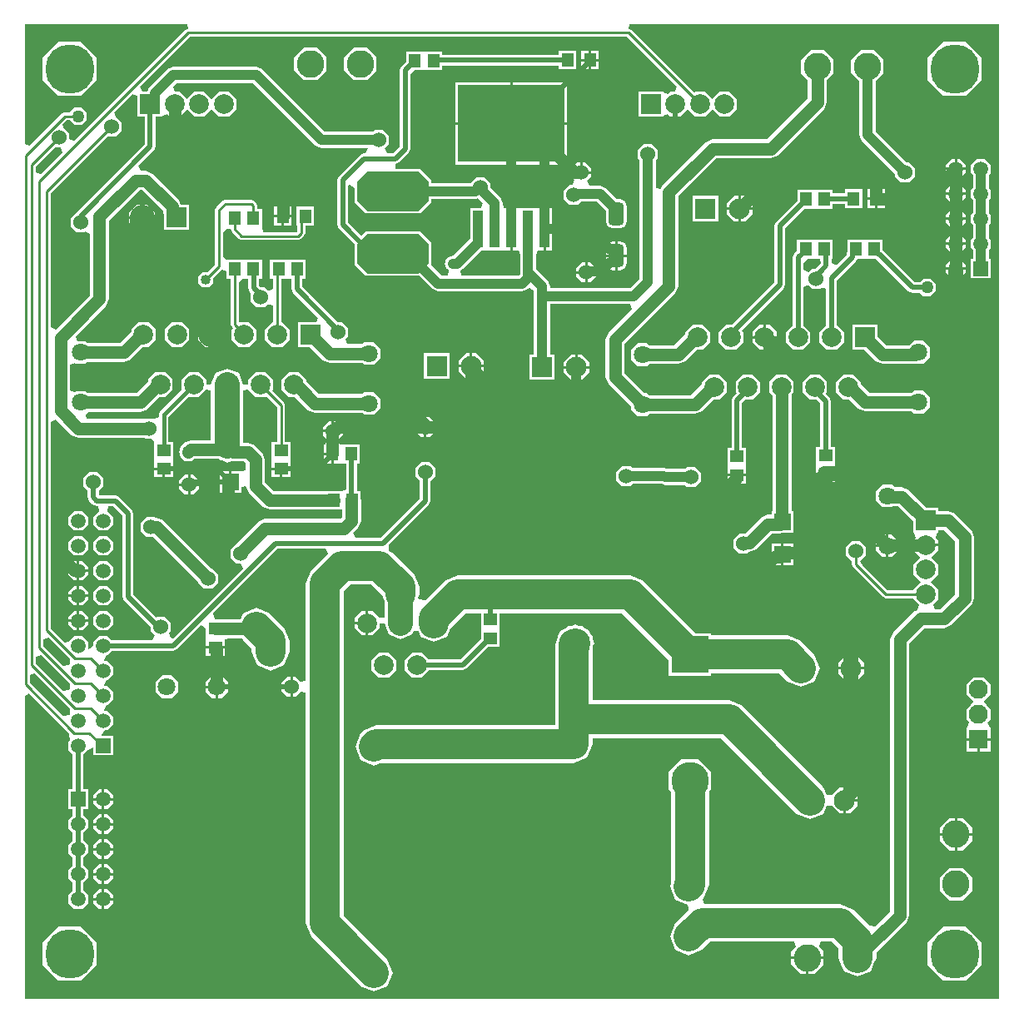
<source format=gtl>
G04*
G04 #@! TF.GenerationSoftware,Altium Limited,Altium Designer,21.3.2 (30)*
G04*
G04 Layer_Physical_Order=1*
G04 Layer_Color=255*
%FSTAX44Y44*%
%MOMM*%
G71*
G04*
G04 #@! TF.SameCoordinates,71E4571F-97C7-41C0-9591-7C9436880AE0*
G04*
G04*
G04 #@! TF.FilePolarity,Positive*
G04*
G01*
G75*
%ADD11C,0.2540*%
%ADD13C,0.5080*%
%ADD16C,0.3810*%
%ADD19R,0.9900X3.7900*%
%ADD20R,1.2700X1.3970*%
%ADD21R,1.2000X1.4000*%
%ADD22R,1.4000X1.2000*%
%ADD23R,1.7000X1.7000*%
G04:AMPARAMS|DCode=24|XSize=7.3mm|YSize=4mm|CornerRadius=0mm|HoleSize=0mm|Usage=FLASHONLY|Rotation=180.000|XOffset=0mm|YOffset=0mm|HoleType=Round|Shape=Octagon|*
%AMOCTAGOND24*
4,1,8,-3.6500,1.0000,-3.6500,-1.0000,-2.6500,-2.0000,2.6500,-2.0000,3.6500,-1.0000,3.6500,1.0000,2.6500,2.0000,-2.6500,2.0000,-3.6500,1.0000,0.0*
%
%ADD24OCTAGOND24*%

G04:AMPARAMS|DCode=25|XSize=2.33mm|YSize=1.55mm|CornerRadius=0.3875mm|HoleSize=0mm|Usage=FLASHONLY|Rotation=270.000|XOffset=0mm|YOffset=0mm|HoleType=Round|Shape=RoundedRectangle|*
%AMROUNDEDRECTD25*
21,1,2.3300,0.7750,0,0,270.0*
21,1,1.5550,1.5500,0,0,270.0*
1,1,0.7750,-0.3875,-0.7775*
1,1,0.7750,-0.3875,0.7775*
1,1,0.7750,0.3875,0.7775*
1,1,0.7750,0.3875,-0.7775*
%
%ADD25ROUNDEDRECTD25*%
%ADD53R,10.8400X7.8800*%
%ADD54C,1.2700*%
%ADD55C,3.0480*%
%ADD56C,2.5400*%
%ADD57C,1.5240*%
%ADD58C,1.0160*%
%ADD59R,2.0000X2.0000*%
%ADD60C,2.0000*%
%ADD61C,2.7940*%
%ADD62R,1.5000X1.5000*%
%ADD63C,1.5000*%
%ADD64R,2.1000X2.1000*%
%ADD65C,2.1000*%
%ADD66C,1.8000*%
%ADD67C,1.6500*%
%ADD68R,2.0000X2.0000*%
%ADD69C,1.9400*%
%ADD70R,1.9400X1.9400*%
%ADD71R,3.8100X3.8100*%
%ADD72C,3.8100*%
%ADD73C,5.0000*%
%ADD74C,1.5240*%
%ADD75C,1.2700*%
%ADD76C,3.0480*%
%ADD77C,1.0160*%
G36*
X00995366Y00004124D02*
X00004124D01*
Y00312337D01*
X00008817Y00314281D01*
X00049577Y00273521D01*
X00049736Y00267135D01*
X0004838Y00265779D01*
Y00257461D01*
X00052922Y0025292D01*
Y0021705D01*
X0004838D01*
Y0019697D01*
X00052922D01*
Y0019031D01*
X0004838Y00185769D01*
Y00177451D01*
X00052922Y0017291D01*
Y0016491D01*
X0004838Y00160369D01*
Y00152051D01*
X00052922Y0014751D01*
Y0013951D01*
X0004838Y00134969D01*
Y00126651D01*
X00052922Y0012211D01*
Y0011411D01*
X0004838Y00109569D01*
Y00101251D01*
X00054261Y0009537D01*
X00062579D01*
X0006846Y00101251D01*
Y00109569D01*
X00063918Y0011411D01*
Y0012211D01*
X0006846Y00126651D01*
Y00134969D01*
X00063918Y0013951D01*
Y0014751D01*
X0006846Y00152051D01*
Y00160369D01*
X00063918Y0016491D01*
Y0017291D01*
X0006846Y00177451D01*
Y00185769D01*
X00063918Y0019031D01*
Y0019697D01*
X0006846D01*
Y0021705D01*
X00063918D01*
Y0025292D01*
X0006846Y00257461D01*
X0007354Y00259682D01*
X0007378Y00259527D01*
Y0025158D01*
X0009386D01*
Y0027166D01*
X00082443D01*
X00082328Y002719D01*
X00085529Y0027698D01*
X00087979D01*
X0009386Y00282861D01*
Y00291179D01*
X00087979Y0029706D01*
X00084578D01*
X00084426Y002973D01*
X00087223Y0030238D01*
X00087979D01*
X0009386Y00308261D01*
Y00316579D01*
X00087979Y0032246D01*
X00084578D01*
X00084426Y003227D01*
X00087223Y0032778D01*
X00087979D01*
X0009386Y00333661D01*
Y00341979D01*
X00087979Y0034786D01*
X00084578D01*
X00084426Y003481D01*
X00087223Y0035318D01*
X00087979D01*
X0009252Y00357721D01*
X0015494D01*
X00158828Y00359332D01*
X00183466Y0038397D01*
X00184822Y00383408D01*
X00188463Y00380296D01*
X00188546Y00380097D01*
X00188546Y00371756D01*
X00188546Y00366676D01*
Y00362566D01*
X00198086D01*
X00207626D01*
Y00365593D01*
X00207626Y00369836D01*
X00212359Y00370673D01*
X00225588D01*
X00226422Y00368662D01*
X00234755Y00360328D01*
Y0035687D01*
X00240392Y00343262D01*
X00254Y00337625D01*
X00267608Y00343262D01*
X00273245Y0035687D01*
Y003683D01*
X00267608Y00381908D01*
X00253638Y00395878D01*
X0024003Y00401515D01*
X00226422Y00395878D01*
X00223953Y00389918D01*
X00198086D01*
X00197038Y00390357D01*
X00195642Y00396146D01*
X00261358Y00461861D01*
X00310321D01*
X00312198Y00456782D01*
X0029567Y00440253D01*
X00290033Y00426645D01*
Y00327442D01*
X00284953Y00326315D01*
X00279798Y0033147D01*
X0027686D01*
Y0032131D01*
Y0031115D01*
X00279798D01*
X00284953Y00316305D01*
X00290033Y00315178D01*
Y00080612D01*
X0029567Y00067004D01*
X00345802Y00016872D01*
X0035941Y00011235D01*
X00373018Y00016872D01*
X00378655Y0003048D01*
X00373018Y00044088D01*
X00328523Y00088583D01*
Y00418674D01*
X00335104Y00425255D01*
X00356519D01*
X00367338Y00414436D01*
X00369838Y00408399D01*
Y00391467D01*
X00364758Y00391354D01*
X00357492Y0039862D01*
X00353568D01*
Y0038608D01*
Y0037354D01*
X00357492D01*
X00364838Y00380886D01*
Y00385888D01*
X00369838Y0038608D01*
X0037467Y00374416D01*
X00386334Y00369584D01*
X00397998Y00374416D01*
X00399437Y0037789D01*
X00404517D01*
X00406762Y00372472D01*
X0042037Y00366835D01*
X00433978Y00372472D01*
X00437454Y00380862D01*
X00452637Y00396045D01*
X0046798D01*
Y0038446D01*
X0046798Y003813D01*
X0046798Y0037622D01*
Y00370076D01*
X00447064Y0034916D01*
X00415334D01*
X00408292Y00356202D01*
X00397904D01*
X00390558Y00348856D01*
Y00338468D01*
X00397904Y00331122D01*
X00408292D01*
X00415334Y00338163D01*
X00449342D01*
X0045323Y00339774D01*
X00475756Y003623D01*
X0048706D01*
Y0037622D01*
X0048706Y0037938D01*
X0048706Y0038446D01*
Y00396045D01*
X00611788D01*
X0065913Y00348703D01*
Y0033274D01*
X0070231D01*
Y00335085D01*
X00771808D01*
X00780142Y00326752D01*
X0079375Y00321115D01*
X00807358Y00326752D01*
X00812995Y0034036D01*
X00807358Y00353968D01*
X00793388Y00367938D01*
X0077978Y00373575D01*
X0070231D01*
Y0037592D01*
X00686347D01*
X00633368Y00428898D01*
X0061976Y00434535D01*
X00444665D01*
X00431057Y00428898D01*
X00411276Y00409118D01*
X00405243Y00410269D01*
X00404406Y00412204D01*
X00405579Y00415036D01*
Y00422656D01*
X00399942Y00436264D01*
X00378098Y00458108D01*
X00374801Y00459474D01*
X00374015Y00465298D01*
X00415368Y00506652D01*
X00416978Y0051054D01*
Y0053088D01*
X0042164Y00535542D01*
Y00543958D01*
X00415688Y0054991D01*
X00407272D01*
X0040132Y00543958D01*
Y00535542D01*
X00405981Y0053088D01*
Y00512818D01*
X00366022Y00472859D01*
X00340136D01*
X00338032Y00477938D01*
X00343329Y00483235D01*
X00346147Y00490039D01*
Y00511739D01*
X00345656Y00512925D01*
Y00520688D01*
X00342024D01*
Y00548652D01*
X00344474D01*
Y00567732D01*
X00330554D01*
X00324876Y00567732D01*
X0032302Y00572812D01*
X0032766Y00577452D01*
Y0058039D01*
X0030734D01*
Y00577452D01*
X0031198Y00572812D01*
X00310124Y00567732D01*
X00308394D01*
Y00559462D01*
X00316934D01*
Y00558192D01*
X00318204D01*
Y00548652D01*
X00322314D01*
X00325474Y00548652D01*
X00331026Y00548652D01*
Y00522401D01*
X00326656Y00520688D01*
Y00520688D01*
X00318315D01*
X00318116Y0052077D01*
X00257378D01*
X00248382Y00529766D01*
Y00552631D01*
X00245564Y00559435D01*
X00238125Y00566874D01*
X0023132Y00569692D01*
X00226536D01*
Y00623176D01*
X00231616Y0062334D01*
X00238846Y0061611D01*
X00249234D01*
X00249991Y00616867D01*
X00260644Y00606214D01*
Y00570534D01*
X00255228D01*
Y00556614D01*
X00255228Y00553454D01*
X00255228Y00548374D01*
Y00544264D01*
X00264768D01*
X00274308D01*
Y00548374D01*
X00274308Y00551534D01*
X00274308Y00556614D01*
Y00570534D01*
X00268892D01*
Y00607922D01*
X00267684Y00610838D01*
X00255823Y00622699D01*
X0025658Y00623456D01*
Y00633844D01*
X00249234Y0064119D01*
X00238846D01*
X002315Y00633844D01*
Y00628929D01*
X00226536Y0062865D01*
X00221704Y00640314D01*
X0021004Y00645146D01*
X00198376Y00640314D01*
X00193544Y0062865D01*
X0018858Y00628929D01*
Y00633844D01*
X00181234Y0064119D01*
X00170846D01*
X001635Y00633844D01*
Y00623456D01*
X00163771Y00623185D01*
X00141986Y006014D01*
X00140577Y00597998D01*
Y00595986D01*
X00135497Y00593882D01*
X00135018Y0059436D01*
X00126602D01*
X00126064Y00593823D01*
X0006721D01*
X00066843Y00594371D01*
X00066013Y00597849D01*
X00068582Y00600912D01*
X00121949D01*
X00128753Y0060373D01*
X00141133Y0061611D01*
X00147234D01*
X0015458Y00623456D01*
Y00633844D01*
X00147234Y0064119D01*
X00136846D01*
X001295Y00633844D01*
Y00631694D01*
X00117963Y00620157D01*
X00067657D01*
X0006574Y00622074D01*
X0005618D01*
X00054846Y0062074D01*
X00050153Y00622684D01*
Y00649184D01*
X00054846Y00651128D01*
X0005618Y00649794D01*
X0006574D01*
X00067657Y00651712D01*
X00104949D01*
X00111753Y0065453D01*
X00124133Y0066691D01*
X00130234D01*
X0013758Y00674256D01*
Y00684644D01*
X00130234Y0069199D01*
X00119846D01*
X001125Y00684644D01*
Y00682494D01*
X00100963Y00670957D01*
X00067657D01*
X0006574Y00672874D01*
X00058153D01*
X00055956Y00677862D01*
X00086814Y00708719D01*
X00089633Y00715523D01*
Y00795408D01*
X00120998Y00826774D01*
X00123548D01*
X00144698Y00805624D01*
Y0080298D01*
X0014543Y00801212D01*
Y0078579D01*
X0017151D01*
Y0081187D01*
X00163006D01*
X00161124Y00816414D01*
X00134338Y008432D01*
X00127534Y00846019D01*
X00121839D01*
X00119735Y00851099D01*
X00135498Y00866862D01*
X00137109Y0087075D01*
Y00901606D01*
X0014415D01*
Y00902234D01*
X00148843Y00904178D01*
X00151416Y00901606D01*
X0015534D01*
Y00914146D01*
X0015788D01*
Y00901606D01*
X00161804D01*
X0016911Y00908912D01*
X00176416Y00901606D01*
X00186804D01*
X0019411Y00908912D01*
X00201416Y00901606D01*
X00211805D01*
X0021915Y00908952D01*
Y0091934D01*
X00211805Y00926686D01*
X00201416D01*
X0019411Y0091938D01*
X00186804Y00926686D01*
X00176416D01*
X0016911Y0091938D01*
X00161804Y00926686D01*
X00156864D01*
X0015476Y00931766D01*
X00158356Y00935362D01*
X00236614D01*
X00300238Y00871738D01*
X0030607Y00869322D01*
X00353187D01*
X00353336Y00869099D01*
X00350621Y00864018D01*
X0034925D01*
X00345362Y00862408D01*
X00323772Y00840818D01*
X00322161Y0083693D01*
Y0079121D01*
X00323772Y00787322D01*
X0033942Y00771674D01*
Y0075073D01*
X0035069Y0073946D01*
X00405117D01*
X0041889Y00725688D01*
X00424722Y00723272D01*
X00510158D01*
X0051599Y00725688D01*
X00517548Y00727245D01*
X00521902Y00724415D01*
Y0071882D01*
Y0065947D01*
X0051711D01*
Y0063339D01*
X0054319D01*
Y0065947D01*
X00538398D01*
Y00710572D01*
X0061993D01*
X00622034Y00705492D01*
X00597716Y00681174D01*
X00594897Y0067437D01*
Y0063627D01*
X00597716Y00629466D01*
X0062092Y00606262D01*
Y0060355D01*
X0062768Y0059679D01*
X0063724D01*
X00639157Y00598708D01*
X00685875D01*
X00692679Y00601526D01*
X00704723Y0061357D01*
X00710824D01*
X0071817Y00620916D01*
Y00631304D01*
X00710824Y0063865D01*
X00700436D01*
X0069309Y00631304D01*
Y00629154D01*
X00681889Y00617952D01*
X00639157D01*
X0063724Y0061987D01*
X00634528D01*
X00614142Y00640256D01*
Y00670384D01*
X00665934Y00722176D01*
X00668753Y0072898D01*
Y00820244D01*
X00707566Y00859057D01*
X0076327D01*
X00770074Y00861876D01*
X00817064Y00908866D01*
X00819883Y0091567D01*
Y00938774D01*
X0082677Y00945661D01*
Y00959339D01*
X00817099Y0096901D01*
X00803421D01*
X0079375Y00959339D01*
Y00945661D01*
X00800638Y00938774D01*
Y00919656D01*
X00759284Y00878303D01*
X0070358D01*
X00696776Y00875484D01*
X00652326Y00831034D01*
X00650868Y00827514D01*
X00645788Y00828524D01*
Y00857479D01*
X006477Y00859392D01*
Y00867808D01*
X00641748Y0087376D01*
X00633332D01*
X0062738Y00867808D01*
Y00859392D01*
X00629292Y00857479D01*
Y00736206D01*
X00620154Y00727068D01*
X00538398D01*
Y0072891D01*
X00535982Y00734742D01*
X00524358Y00746366D01*
Y00760853D01*
X0052562Y0076541D01*
X00529438Y0076541D01*
X0053184D01*
Y007869D01*
Y0080839D01*
X0052868D01*
X0052562Y0080839D01*
X0052054Y0080839D01*
X0051168D01*
X0050862Y0080839D01*
X0050354Y0080839D01*
X0050038D01*
Y007869D01*
Y0076541D01*
X005066Y0076541D01*
X00507862Y00760853D01*
Y00740888D01*
X00506742Y00739768D01*
X00447832D01*
X00446822Y00744848D01*
X00449622Y00746008D01*
X00469024Y0076541D01*
X004726Y0076541D01*
X0047768Y0076541D01*
X0048654D01*
X004896Y0076541D01*
X0049468Y0076541D01*
X0049784D01*
Y007869D01*
Y0080839D01*
X0049162Y0080839D01*
X00490228Y00812893D01*
Y00813315D01*
X00487812Y00819147D01*
X0047752Y00829439D01*
Y00833518D01*
X00471568Y0083947D01*
X00463152D01*
X00457429Y00833748D01*
X004175D01*
Y0083677D01*
X0040623Y0084804D01*
X00381238D01*
X00381Y00853021D01*
X00384888Y00854632D01*
X00395048Y00864792D01*
X00396659Y0086868D01*
Y00944588D01*
X00400773Y00948702D01*
X00409294Y00948702D01*
X00414374Y00948702D01*
X00428294D01*
Y00953047D01*
X0048768D01*
X00488414Y00953352D01*
X0054737D01*
Y00949325D01*
X0056515D01*
Y00968375D01*
X0054737D01*
Y00964349D01*
X00487984D01*
X0048725Y00964044D01*
X00428294D01*
Y00967782D01*
X00414374D01*
X00411214Y00967782D01*
X00406134Y00967782D01*
X00392214D01*
Y00957478D01*
X00387272Y00952536D01*
X00385662Y00948648D01*
Y00870958D01*
X00378722Y00864018D01*
X00372491D01*
X00370387Y00869099D01*
X0037465Y00873362D01*
Y00881778D01*
X00368698Y0088773D01*
X00360282D01*
X00358369Y00885818D01*
X00309486D01*
X00245862Y00949442D01*
X0024003Y00951858D01*
X0015494D01*
X00149108Y00949442D01*
X00130698Y00931032D01*
X00128898Y00926686D01*
X00123462D01*
X00121357Y00931766D01*
X00172003Y00982412D01*
X00616782D01*
X00667428Y00931766D01*
X00665324Y00926686D01*
X00660686D01*
X00658113Y00924114D01*
X0065342Y00926058D01*
Y00926686D01*
X0062834D01*
Y00901606D01*
X0065342D01*
Y00902234D01*
X00658113Y00904178D01*
X00660686Y00901606D01*
X0066461D01*
Y00914146D01*
X0066715D01*
Y00901606D01*
X00671074D01*
X0067838Y00908912D01*
X00685686Y00901606D01*
X00696074D01*
X0070338Y00908912D01*
X00710686Y00901606D01*
X00721075D01*
X0072842Y00908952D01*
Y0091934D01*
X00721075Y00926686D01*
X00710686D01*
X0070338Y0091938D01*
X00696074Y00926686D01*
X00685686D01*
X00684929Y00925929D01*
X00621406Y00989452D01*
X0061849Y0099066D01*
X00619393Y00995366D01*
X00995366D01*
Y00004124D01*
D02*
G37*
G36*
X00170295Y0099066D02*
X00167379Y00989452D01*
X0005461Y00876683D01*
X0004953Y00878787D01*
Y00884318D01*
X00043578Y0089027D01*
X00042295Y00893368D01*
X00046504Y00897576D01*
X00049972D01*
X00054738Y0089281D01*
X00062102D01*
X0006731Y00898018D01*
Y00905382D01*
X00062102Y0091059D01*
X00054738D01*
X00049972Y00905824D01*
X00044795D01*
X0004188Y00904616D01*
X00008817Y00871554D01*
X00004124Y00873498D01*
Y00995366D01*
X00169393D01*
X00170295Y0099066D01*
D02*
G37*
G36*
X0011907Y00922294D02*
Y00901606D01*
X00126112D01*
Y00873028D01*
X00057072Y00803988D01*
X0005704Y0080391D01*
X00056752D01*
X000508Y00797958D01*
Y00789542D01*
X00056752Y0078359D01*
X00065168D01*
X00065694Y00784116D01*
X00070388Y00782172D01*
Y00719509D01*
X00035874Y00684995D01*
X00030794Y006871D01*
Y00823792D01*
X00088442Y0088144D01*
X00088502Y0088138D01*
X00096918D01*
X0010287Y00887332D01*
Y00895748D01*
X00096918Y009017D01*
X0009527Y00905679D01*
X0011399Y00924399D01*
X0011907Y00922294D01*
D02*
G37*
G36*
X00035162Y0086995D02*
X00040693D01*
X00042797Y0086487D01*
X00020634Y00842707D01*
X00015554Y00844811D01*
Y00850462D01*
X00035102Y0087001D01*
X00035162Y0086995D01*
D02*
G37*
G36*
X0033942Y00828899D02*
Y0081423D01*
X0035069Y0080296D01*
X0040623D01*
X004175Y0081423D01*
Y00817252D01*
X00462175D01*
X00465148Y00818483D01*
X00470161Y0081347D01*
X00468057Y0080839D01*
X0045762D01*
Y00777334D01*
X00440374Y00760088D01*
X0043942D01*
X00437904Y0075946D01*
X00436264D01*
X00435104Y007583D01*
X00433588Y00757672D01*
X0043296Y00756156D01*
X004318Y00754996D01*
Y00753356D01*
X00431172Y0075184D01*
X004318Y00750324D01*
Y00748684D01*
X0043296Y00747524D01*
X00433588Y00746008D01*
X00435104Y0074538D01*
X00435636Y00744848D01*
X00434748Y00739768D01*
X00428138D01*
X00417338Y00750568D01*
X004175Y0075073D01*
Y0077327D01*
X0040623Y0078454D01*
X0035069D01*
X00346398Y00780248D01*
X00333158Y00793488D01*
Y00830825D01*
X0033434Y00831614D01*
X0033942Y00828899D01*
D02*
G37*
G36*
X00193544Y00623176D02*
Y00572223D01*
X00172973D01*
X00166168Y00569404D01*
X00163629Y00566864D01*
X00162896Y00565096D01*
X00161543Y00563742D01*
Y00561828D01*
X0016081Y0056006D01*
X00161543Y00558292D01*
Y00556378D01*
X00162896Y00555024D01*
X00163629Y00553256D01*
X00165397Y00552523D01*
X0016675Y0055117D01*
X00168664D01*
X00170433Y00550438D01*
X00172201Y0055117D01*
X00174115D01*
X00175468Y00552523D01*
X00176565Y00552977D01*
X00201462D01*
X0020232Y00552622D01*
Y0055156D01*
X00204884D01*
X0021004Y00549424D01*
X002142Y00551147D01*
X0021589Y00550448D01*
X00227335D01*
X00229137Y00548645D01*
Y00541467D01*
X002244Y0054064D01*
X00224058Y0054064D01*
X0021463D01*
Y005296D01*
Y0051856D01*
X002244D01*
Y00524953D01*
X00229137Y0052578D01*
X00231956Y00518976D01*
X00246588Y00504344D01*
X00253392Y00501525D01*
X00318116D01*
X00318315Y00501608D01*
X00326656D01*
X00326903Y0049663D01*
Y00494025D01*
X003251Y00492223D01*
X00248233D01*
X00241429Y00489404D01*
X00219384Y0046736D01*
X00219312D01*
X0021336Y00461408D01*
Y00452992D01*
X00219312Y0044704D01*
X002238D01*
X00225904Y0044196D01*
X00154838Y00370895D01*
X00152777Y00371254D01*
X0015105Y00376712D01*
X001524Y00378062D01*
Y00386478D01*
X00146448Y0039243D01*
X00138032D01*
X00137674Y00392072D01*
X00114719Y00415028D01*
Y0049784D01*
X00113108Y00501728D01*
X00100408Y00514428D01*
X0009652Y00516039D01*
X0008012D01*
X00079557Y00521119D01*
X0008382Y00525382D01*
Y00533798D01*
X00077868Y0053975D01*
X00069452D01*
X000635Y00533798D01*
Y00525382D01*
X00068162Y0052072D01*
Y00514017D01*
X00069772Y00510129D01*
X00073249Y00506652D01*
X00077137Y00505042D01*
X00078941D01*
X00079363Y00499962D01*
X0007378Y00494379D01*
Y00486061D01*
X00079661Y0048018D01*
X00087979D01*
X0009386Y00486061D01*
Y00494379D01*
X00088277Y00499962D01*
X00088699Y00505042D01*
X00094242D01*
X00103722Y00495562D01*
Y0041275D01*
X00105332Y00408862D01*
X0013208Y00382114D01*
Y00378062D01*
X00136343Y00373798D01*
X00134239Y00368718D01*
X0009252D01*
X00087979Y0037326D01*
X00079661D01*
X0007378Y00367379D01*
Y00364106D01*
X00071771Y00361241D01*
X000687Y00359885D01*
X0006846Y00360016D01*
Y00367379D01*
X00062579Y0037326D01*
X00054261D01*
X0004838Y00367379D01*
X00045353Y00366125D01*
X00030794Y00380683D01*
Y00591016D01*
X00035874Y0059312D01*
X00051598Y00577396D01*
X00058402Y00574577D01*
X00126064D01*
X00126602Y0057404D01*
X0013222D01*
X00135589Y00570785D01*
X00135848Y00569304D01*
Y00556614D01*
X00135848Y00553454D01*
X00135848Y00548374D01*
Y00544264D01*
X00145388D01*
X00154928D01*
Y00548374D01*
X00154928Y00551534D01*
X00154928Y00556614D01*
Y00570534D01*
X00150199D01*
Y00581677D01*
X00150226Y00581743D01*
Y00591738D01*
X00150199Y00591803D01*
Y00596005D01*
X00170575Y00616381D01*
X00170846Y0061611D01*
X00181234D01*
X00188464Y0062334D01*
X00193544Y00623176D01*
D02*
G37*
G36*
X00049764Y0035005D02*
X00049865Y00344671D01*
X00048752Y00343278D01*
X00043534Y00342543D01*
X00023174Y00362903D01*
Y00369455D01*
X00028254Y00371559D01*
X00049764Y0035005D01*
D02*
G37*
G36*
Y0032465D02*
X00049865Y00319271D01*
X00048752Y00317878D01*
X00043534Y00317143D01*
X00015554Y00345123D01*
Y00351675D01*
X00020634Y00353779D01*
X00049764Y0032465D01*
D02*
G37*
G36*
Y00299249D02*
X00049872Y0029351D01*
X00048895Y00292264D01*
X00043383Y00291379D01*
X00009204Y00325558D01*
Y00333172D01*
X00013897Y00335116D01*
X00049764Y00299249D01*
D02*
G37*
%LPC*%
G36*
X0058801Y00968375D02*
X0058039D01*
Y0096012D01*
X0058801D01*
Y00968375D01*
D02*
G37*
G36*
X0057785D02*
X0057023D01*
Y0096012D01*
X0057785D01*
Y00968375D01*
D02*
G37*
G36*
X0058801Y0095758D02*
X0058039D01*
Y00949325D01*
X0058801D01*
Y0095758D01*
D02*
G37*
G36*
X0057785D02*
X0057023D01*
Y00949325D01*
X0057785D01*
Y0095758D01*
D02*
G37*
G36*
X00352279Y0097155D02*
X00338601D01*
X0032893Y00961879D01*
Y00948201D01*
X00338601Y0093853D01*
X00352279D01*
X0036195Y00948201D01*
Y00961879D01*
X00352279Y0097155D01*
D02*
G37*
G36*
X00301479D02*
X00287801D01*
X0027813Y00961879D01*
Y00948201D01*
X00287801Y0093853D01*
X00301479D01*
X0031115Y00948201D01*
Y00961879D01*
X00301479Y0097155D01*
D02*
G37*
G36*
X00961407Y0097754D02*
X00938593D01*
X0092246Y00961407D01*
Y00938593D01*
X00938593Y0092246D01*
X00961407D01*
X0097754Y00938593D01*
Y00961407D01*
X00961407Y0097754D01*
D02*
G37*
G36*
X0055585Y0093634D02*
X0050038D01*
Y0089567D01*
X0055585D01*
Y0093634D01*
D02*
G37*
G36*
X0049784D02*
X0044237D01*
Y0089567D01*
X0049784D01*
Y0093634D01*
D02*
G37*
G36*
X0055585Y0089313D02*
X0050038D01*
Y0085246D01*
X0055585D01*
Y0089313D01*
D02*
G37*
G36*
X0049784D02*
X0044237D01*
Y0085246D01*
X0049784D01*
Y0089313D01*
D02*
G37*
G36*
X00955389Y008584D02*
X009525D01*
Y0084963D01*
X0096127D01*
Y00852519D01*
X00955389Y008584D01*
D02*
G37*
G36*
X0094996D02*
X00947071D01*
X0094119Y00852519D01*
Y0084963D01*
X0094996D01*
Y008584D01*
D02*
G37*
G36*
X00574438Y0085471D02*
X005715D01*
Y0084582D01*
X0058039D01*
Y00848758D01*
X00574438Y0085471D01*
D02*
G37*
G36*
X0056896D02*
X00566022D01*
X0056007Y00848758D01*
Y0084582D01*
X0056896D01*
Y0085471D01*
D02*
G37*
G36*
X0096127Y0084709D02*
X009525D01*
Y0083832D01*
X00955389D01*
X0096127Y00844201D01*
Y0084709D01*
D02*
G37*
G36*
X0094996D02*
X0094119D01*
Y00844201D01*
X00947071Y0083832D01*
X0094996D01*
Y0084709D01*
D02*
G37*
G36*
X00867899Y0096901D02*
X00854221D01*
X0084455Y00959339D01*
Y00945661D01*
X00852812Y00937399D01*
Y0088265D01*
X00855228Y00876818D01*
X00889Y00843046D01*
Y00840342D01*
X00894952Y0083439D01*
X00903368D01*
X0090932Y00840342D01*
Y00848758D01*
X00903368Y0085471D01*
X00900664D01*
X00869308Y00886066D01*
Y00937399D01*
X0087757Y00945661D01*
Y00959339D01*
X00867899Y0096901D01*
D02*
G37*
G36*
X00955389Y00833D02*
X009525D01*
Y0082423D01*
X0096127D01*
Y00827119D01*
X00955389Y00833D01*
D02*
G37*
G36*
X0094996D02*
X00947071D01*
X0094119Y00827119D01*
Y0082423D01*
X0094996D01*
Y00833D01*
D02*
G37*
G36*
X0085598Y00827405D02*
X008382D01*
Y00823083D01*
X00825804D01*
Y00826828D01*
X00811884D01*
X00808724Y00826828D01*
X00803644Y00826828D01*
X00789724D01*
Y00815524D01*
X00768272Y00794072D01*
X00766662Y00790184D01*
Y00732528D01*
X00723584Y0068945D01*
X00717436D01*
X0071009Y00682104D01*
Y00671716D01*
X00717436Y0066437D01*
X00727824D01*
X0073517Y00671716D01*
Y00682104D01*
X0073348Y00683794D01*
X00776048Y00726362D01*
X00777658Y0073025D01*
Y00787906D01*
X007975Y00807748D01*
X00806804Y00807748D01*
X00811884Y00807748D01*
X00825804D01*
Y00812085D01*
X008382D01*
Y00808355D01*
X0085598D01*
Y00827405D01*
D02*
G37*
G36*
X0087884D02*
X0087122D01*
Y0081915D01*
X0087884D01*
Y00827405D01*
D02*
G37*
G36*
X0086868D02*
X0086106D01*
Y0081915D01*
X0086868D01*
Y00827405D01*
D02*
G37*
G36*
X0096127Y0082169D02*
X009525D01*
Y0081292D01*
X00955389D01*
X0096127Y00818801D01*
Y0082169D01*
D02*
G37*
G36*
X0094996D02*
X0094119D01*
Y00818801D01*
X00947071Y0081292D01*
X0094996D01*
Y0082169D01*
D02*
G37*
G36*
X00736641Y0082076D02*
X0073251D01*
Y0080899D01*
X0074428D01*
Y00813121D01*
X00736641Y0082076D01*
D02*
G37*
G36*
X0072997D02*
X00725839D01*
X007182Y00813121D01*
Y0080899D01*
X0072997D01*
Y0082076D01*
D02*
G37*
G36*
X0087884Y0081661D02*
X0087122D01*
Y00808355D01*
X0087884D01*
Y0081661D01*
D02*
G37*
G36*
X0086868D02*
X0086106D01*
Y00808355D01*
X0086868D01*
Y0081661D01*
D02*
G37*
G36*
X0027559Y00809625D02*
X0026797D01*
Y0080137D01*
X0027559D01*
Y00809625D01*
D02*
G37*
G36*
X0026543D02*
X0025781D01*
Y0080137D01*
X0026543D01*
Y00809625D01*
D02*
G37*
G36*
X00128871Y0081187D02*
X0012474D01*
Y008001D01*
X0013651D01*
Y00804231D01*
X00128871Y0081187D01*
D02*
G37*
G36*
X001222D02*
X00118069D01*
X0011043Y00804231D01*
Y008001D01*
X001222D01*
Y0081187D01*
D02*
G37*
G36*
X00955389Y008076D02*
X009525D01*
Y0079883D01*
X0096127D01*
Y00801719D01*
X00955389Y008076D01*
D02*
G37*
G36*
X0094996D02*
X00947071D01*
X0094119Y00801719D01*
Y0079883D01*
X0094996D01*
Y008076D01*
D02*
G37*
G36*
X0074428Y0080645D02*
X0073251D01*
Y0079468D01*
X00736641D01*
X0074428Y00802319D01*
Y0080645D01*
D02*
G37*
G36*
X0072997D02*
X007182D01*
Y00802319D01*
X00725839Y0079468D01*
X0072997D01*
Y0080645D01*
D02*
G37*
G36*
X0070928Y0082076D02*
X006832D01*
Y0079468D01*
X0070928D01*
Y0082076D01*
D02*
G37*
G36*
X0027559Y0079883D02*
X0026797D01*
Y00790575D01*
X0027559D01*
Y0079883D01*
D02*
G37*
G36*
X0026543D02*
X0025781D01*
Y00790575D01*
X0026543D01*
Y0079883D01*
D02*
G37*
G36*
X0053438Y0080839D02*
Y0078817D01*
X005406D01*
Y0080839D01*
X0053438D01*
D02*
G37*
G36*
X0058039Y0084328D02*
X0056007D01*
Y00840342D01*
X00563482Y0083693D01*
X00561377Y0083185D01*
X00558402D01*
X0055245Y00825898D01*
Y00817482D01*
X00558402Y0081153D01*
X00566818D01*
X00570001Y00814712D01*
X00585714D01*
X00594972Y00805454D01*
Y00794625D01*
X00597005Y00789715D01*
X00601915Y00787682D01*
X00609665D01*
X00614575Y00789715D01*
X00616609Y00794625D01*
Y00810175D01*
X00614575Y00815085D01*
X00609665Y00817119D01*
X00606636D01*
X00594962Y00828792D01*
X0058913Y00831208D01*
X0057844D01*
X00576336Y00836288D01*
X0058039Y00840342D01*
Y0084328D01*
D02*
G37*
G36*
X0096127Y0079629D02*
X009525D01*
Y0078752D01*
X00955389D01*
X0096127Y00793401D01*
Y0079629D01*
D02*
G37*
G36*
X0094996D02*
X0094119D01*
Y00793401D01*
X00947071Y0078752D01*
X0094996D01*
Y0079629D01*
D02*
G37*
G36*
X0013651Y0079756D02*
X0012474D01*
Y0078579D01*
X00128871D01*
X0013651Y00793429D01*
Y0079756D01*
D02*
G37*
G36*
X001222D02*
X0011043D01*
Y00793429D01*
X00118069Y0078579D01*
X001222D01*
Y0079756D01*
D02*
G37*
G36*
X0023466Y00816924D02*
X0020828D01*
X00205364Y00815716D01*
X00199014Y00809366D01*
X00197806Y0080645D01*
Y00751008D01*
X00189748Y0074295D01*
X00184804D01*
X0018034Y00738486D01*
Y00732174D01*
X00184804Y0072771D01*
X00191116D01*
X0019558Y00732174D01*
Y00737118D01*
X00204166Y00745704D01*
X0020738Y00745096D01*
X00209246Y00744147D01*
Y00736558D01*
X00213662D01*
Y00689726D01*
X0021487Y0068681D01*
X00215768Y00685912D01*
X002145Y00684644D01*
Y00674256D01*
X00221846Y0066691D01*
X00232234D01*
X0023958Y00674256D01*
Y00684644D01*
X00232234Y0069199D01*
X0022191D01*
Y00732966D01*
X00225502Y00736558D01*
X00231639Y00736558D01*
Y00727001D01*
X0023325Y00723113D01*
X00234142Y00722221D01*
X0023368Y00721758D01*
Y00713342D01*
X00239632Y0070739D01*
X00248048D01*
X00251836Y00711178D01*
X00256916Y00709073D01*
Y0069199D01*
X00255846D01*
X002485Y00684644D01*
Y00674256D01*
X00255846Y0066691D01*
X00266234D01*
X0027358Y00674256D01*
Y00684644D01*
X00266234Y0069199D01*
X00265164D01*
Y00736558D01*
X00270776Y00736558D01*
X00275737Y00736272D01*
Y00725874D01*
X00277348Y00721986D01*
X00302651Y00696683D01*
X00300707Y0069199D01*
X002825D01*
Y0066691D01*
X00293972D01*
X00307286Y00653596D01*
X0031409Y00650778D01*
X00347632D01*
X0034955Y0064886D01*
X0035911D01*
X0036587Y0065562D01*
Y0066518D01*
X0035911Y0067194D01*
X0034955D01*
X00347632Y00670023D01*
X00332165D01*
X00330061Y00675102D01*
X0033274Y00677782D01*
Y00686198D01*
X00326788Y0069215D01*
X00322736D01*
X00286735Y00728152D01*
Y00736558D01*
X00289776D01*
Y00755638D01*
X00275856D01*
X00272696Y00755638D01*
X00267616Y00755638D01*
X00253696D01*
Y00736558D01*
X00256916D01*
Y00726027D01*
X00251836Y00723922D01*
X00248048Y0072771D01*
X00244205D01*
X00242637Y00729279D01*
Y00736558D01*
X00245326D01*
Y00755638D01*
X00231406D01*
X00228246Y00755638D01*
X00223166Y00755638D01*
X00211134D01*
X00209246Y00755638D01*
X00206054Y00759396D01*
Y00783891D01*
X00209995Y00787619D01*
X00212705Y00787184D01*
X00213662Y00786784D01*
X0021487Y00783868D01*
X00221874Y00776864D01*
X0022479Y00775656D01*
X0028194D01*
X00284856Y00776864D01*
X00288249Y00780257D01*
X00289457Y00783173D01*
Y00790575D01*
X0029845D01*
Y00809625D01*
X0028067D01*
Y00790575D01*
X00281209D01*
Y00784881D01*
X00280232Y00783904D01*
X00246185D01*
X00245326Y00788628D01*
X00245326Y00788984D01*
Y00807708D01*
X0024091D01*
Y00810675D01*
X00239702Y00813591D01*
X00237577Y00815716D01*
X0023466Y00816924D01*
D02*
G37*
G36*
X00955389Y007822D02*
X009525D01*
Y0077343D01*
X0096127D01*
Y00776319D01*
X00955389Y007822D01*
D02*
G37*
G36*
X0094996D02*
X00947071D01*
X0094119Y00776319D01*
Y0077343D01*
X0094996D01*
Y007822D01*
D02*
G37*
G36*
X005406Y0078563D02*
X0053438D01*
Y0076541D01*
X005406D01*
Y0078563D01*
D02*
G37*
G36*
X0096127Y0077089D02*
X009525D01*
Y0076212D01*
X00955389D01*
X0096127Y00768001D01*
Y0077089D01*
D02*
G37*
G36*
X0094996D02*
X0094119D01*
Y00768001D01*
X00947071Y0076212D01*
X0094996D01*
Y0077089D01*
D02*
G37*
G36*
X00609665Y00774418D02*
X0060706D01*
Y0076097D01*
X00616609D01*
Y00767475D01*
X00614575Y00772385D01*
X00609665Y00774418D01*
D02*
G37*
G36*
X0060452D02*
X00601915D01*
X00597005Y00772385D01*
X00594972Y00767475D01*
Y0076097D01*
X0060452D01*
Y00774418D01*
D02*
G37*
G36*
X00859732Y00775958D02*
X00854652Y00775958D01*
X00840732D01*
Y00763969D01*
X00840313Y00762958D01*
Y0076046D01*
X00829728Y00749875D01*
X00824649Y00751979D01*
Y00756878D01*
X00825716D01*
Y00775958D01*
X00811796D01*
X00808636Y00775958D01*
X00803556Y00775958D01*
X00789636D01*
Y00764654D01*
X00786742Y0076176D01*
X00785131Y00757872D01*
Y00689146D01*
X0077809Y00682104D01*
Y00671716D01*
X00785436Y0066437D01*
X00795824D01*
X0080317Y00671716D01*
Y00682104D01*
X00796128Y00689146D01*
Y00727909D01*
X00801208Y00730013D01*
X00804782Y0072644D01*
X00813198D01*
X00814438Y0072768D01*
X00819131Y00725736D01*
Y00689146D01*
X0081209Y00682104D01*
Y00671716D01*
X00819436Y0066437D01*
X00829824D01*
X0083717Y00671716D01*
Y00682104D01*
X00830128Y00689146D01*
Y00734722D01*
X008497Y00754294D01*
X0085077Y00756878D01*
X00857812Y00756878D01*
X00862892Y00756878D01*
X00870036D01*
X00903092Y00723822D01*
X0090698Y00722212D01*
X00914946D01*
X00918338Y0071882D01*
X00925702D01*
X0093091Y00724028D01*
Y00731392D01*
X00925702Y007366D01*
X00918338D01*
X00914946Y00733208D01*
X00909258D01*
X00876812Y00765654D01*
Y00775958D01*
X00862892D01*
X00859732Y00775958D01*
D02*
G37*
G36*
X00955389Y007568D02*
X009525D01*
Y0074803D01*
X0096127D01*
Y00750919D01*
X00955389Y007568D01*
D02*
G37*
G36*
X0094996D02*
X00947071D01*
X0094119Y00750919D01*
Y0074803D01*
X0094996D01*
Y007568D01*
D02*
G37*
G36*
X00616609Y0075843D02*
X0060706D01*
Y00744982D01*
X00609665D01*
X00614575Y00747015D01*
X00616609Y00751925D01*
Y0075843D01*
D02*
G37*
G36*
X0060452D02*
X00594972D01*
Y00751925D01*
X00597005Y00747015D01*
X00601915Y00744982D01*
X0060452D01*
Y0075843D01*
D02*
G37*
G36*
X00579518Y0075311D02*
X0057658D01*
Y0074422D01*
X0058547D01*
Y00747158D01*
X00579518Y0075311D01*
D02*
G37*
G36*
X0057404D02*
X00571102D01*
X0056515Y00747158D01*
Y0074422D01*
X0057404D01*
Y0075311D01*
D02*
G37*
G36*
X00980789Y008584D02*
X00972471D01*
X0096659Y00852519D01*
Y00844201D01*
X00968382Y00842409D01*
Y00828911D01*
X0096659Y00827119D01*
Y00818801D01*
X00968382Y00817009D01*
Y00803511D01*
X0096659Y00801719D01*
Y00793401D01*
X00968382Y00791609D01*
Y00778111D01*
X0096659Y00776319D01*
Y00768001D01*
X00968382Y00766209D01*
Y007568D01*
X0096659D01*
Y0073672D01*
X0098667D01*
Y007568D01*
X00984878D01*
Y00766209D01*
X0098667Y00768001D01*
Y00776319D01*
X00984878Y00778111D01*
Y00791609D01*
X0098667Y00793401D01*
Y00801719D01*
X00984878Y00803511D01*
Y00817009D01*
X0098667Y00818801D01*
Y00827119D01*
X00984878Y00828911D01*
Y00842409D01*
X0098667Y00844201D01*
Y00852519D01*
X00980789Y008584D01*
D02*
G37*
G36*
X0096127Y0074549D02*
X009525D01*
Y0073672D01*
X00955389D01*
X0096127Y00742601D01*
Y0074549D01*
D02*
G37*
G36*
X0094996D02*
X0094119D01*
Y00742601D01*
X00947071Y0073672D01*
X0094996D01*
Y0074549D01*
D02*
G37*
G36*
X0058547Y0074168D02*
X0057658D01*
Y0073279D01*
X00579518D01*
X0058547Y00738742D01*
Y0074168D01*
D02*
G37*
G36*
X0057404D02*
X0056515D01*
Y00738742D01*
X00571102Y0073279D01*
X0057404D01*
Y0074168D01*
D02*
G37*
G36*
X00198234Y0069199D02*
X0019431D01*
Y0068072D01*
X0020558D01*
Y00684644D01*
X00198234Y0069199D01*
D02*
G37*
G36*
X0019177D02*
X00187846D01*
X001805Y00684644D01*
Y0068072D01*
X0019177D01*
Y0069199D01*
D02*
G37*
G36*
X00761824Y0068945D02*
X007579D01*
Y0067818D01*
X0076917D01*
Y00682104D01*
X00761824Y0068945D01*
D02*
G37*
G36*
X0075536D02*
X00751436D01*
X0074409Y00682104D01*
Y0067818D01*
X0075536D01*
Y0068945D01*
D02*
G37*
G36*
X00693824D02*
X00683436D01*
X0067609Y00682104D01*
Y00679954D01*
X00664889Y00668753D01*
X00639157D01*
X0063724Y0067067D01*
X0062768D01*
X0062092Y0066391D01*
Y0065435D01*
X0062768Y0064759D01*
X0063724D01*
X00639157Y00649508D01*
X00668875D01*
X00675679Y00652326D01*
X00687723Y0066437D01*
X00693824D01*
X0070117Y00671716D01*
Y00682104D01*
X00693824Y0068945D01*
D02*
G37*
G36*
X0020558Y0067818D02*
X0019431D01*
Y0066691D01*
X00198234D01*
X0020558Y00674256D01*
Y0067818D01*
D02*
G37*
G36*
X0019177D02*
X001805D01*
Y00674256D01*
X00187846Y0066691D01*
X0019177D01*
Y0067818D01*
D02*
G37*
G36*
X00164234Y0069199D02*
X00153846D01*
X001465Y00684644D01*
Y00674256D01*
X00153846Y0066691D01*
X00164234D01*
X0017158Y00674256D01*
Y00684644D01*
X00164234Y0069199D01*
D02*
G37*
G36*
X0076917Y0067564D02*
X007579D01*
Y0066437D01*
X00761824D01*
X0076917Y00671716D01*
Y0067564D01*
D02*
G37*
G36*
X0075536D02*
X0074409D01*
Y00671716D01*
X00751436Y0066437D01*
X0075536D01*
Y0067564D01*
D02*
G37*
G36*
X0087117Y0068945D02*
X0084609D01*
Y0066437D01*
X00857562D01*
X00869606Y00652326D01*
X0087641Y00649508D01*
X00909156D01*
X00910659Y0065013D01*
X0091791D01*
X0092467Y0065689D01*
Y0066645D01*
X0091791Y0067321D01*
X0090835D01*
X00903893Y00668753D01*
X00880396D01*
X0087117Y00677978D01*
Y0068945D01*
D02*
G37*
G36*
X00463591Y0066074D02*
X0045946D01*
Y0064897D01*
X0047123D01*
Y00653101D01*
X00463591Y0066074D01*
D02*
G37*
G36*
X0045692D02*
X00452789D01*
X0044515Y00653101D01*
Y0064897D01*
X0045692D01*
Y0066074D01*
D02*
G37*
G36*
X00570551Y0065947D02*
X0056642D01*
Y006477D01*
X0057819D01*
Y00651831D01*
X00570551Y0065947D01*
D02*
G37*
G36*
X0056388D02*
X00559749D01*
X0055211Y00651831D01*
Y006477D01*
X0056388D01*
Y0065947D01*
D02*
G37*
G36*
X0047123Y0064643D02*
X0045946D01*
Y0063466D01*
X00463591D01*
X0047123Y00642299D01*
Y0064643D01*
D02*
G37*
G36*
X0045692D02*
X0044515D01*
Y00642299D01*
X00452789Y0063466D01*
X0045692D01*
Y0064643D01*
D02*
G37*
G36*
X0043623Y0066074D02*
X0041015D01*
Y0063466D01*
X0043623D01*
Y0066074D01*
D02*
G37*
G36*
X0057819Y0064516D02*
X0056642D01*
Y0063339D01*
X00570551D01*
X0057819Y00641029D01*
Y0064516D01*
D02*
G37*
G36*
X0056388D02*
X0055211D01*
Y00641029D01*
X00559749Y0063339D01*
X0056388D01*
Y0064516D01*
D02*
G37*
G36*
X00846824Y0063865D02*
X00836436D01*
X0082909Y00631304D01*
Y00620916D01*
X00836436Y0061357D01*
X00842537D01*
X00852041Y00604066D01*
X00858845Y00601247D01*
X00906432D01*
X0090835Y0059933D01*
X0091791D01*
X0092467Y0060609D01*
Y0061565D01*
X0091791Y0062241D01*
X0090835D01*
X00906432Y00620493D01*
X00862831D01*
X0085417Y00629154D01*
Y00631304D01*
X00846824Y0063865D01*
D02*
G37*
G36*
X00283234Y0064119D02*
X00272846D01*
X002655Y00633844D01*
Y00623456D01*
X00272846Y0061611D01*
X00278947D01*
X00292261Y00602796D01*
X00299065Y00599977D01*
X00347632D01*
X0034955Y0059806D01*
X0035911D01*
X0036587Y0060482D01*
Y0061438D01*
X0035911Y0062114D01*
X0034955D01*
X00347632Y00619222D01*
X00303051D01*
X0029058Y00631694D01*
Y00633844D01*
X00283234Y0064119D01*
D02*
G37*
G36*
X00415688Y0059563D02*
X0041275D01*
Y0058674D01*
X0042164D01*
Y00589678D01*
X00415688Y0059563D01*
D02*
G37*
G36*
X0041021D02*
X00407272D01*
X0040132Y00589678D01*
Y0058674D01*
X0041021D01*
Y0059563D01*
D02*
G37*
G36*
X00321708Y0059182D02*
X0031877D01*
Y0058293D01*
X0032766D01*
Y00585868D01*
X00321708Y0059182D01*
D02*
G37*
G36*
X0031623D02*
X00313292D01*
X0030734Y00585868D01*
Y0058293D01*
X0031623D01*
Y0059182D01*
D02*
G37*
G36*
X0042164Y005842D02*
X0041275D01*
Y0057531D01*
X00415688D01*
X0042164Y00581262D01*
Y005842D01*
D02*
G37*
G36*
X0041021D02*
X0040132D01*
Y00581262D01*
X00407272Y0057531D01*
X0041021D01*
Y005842D01*
D02*
G37*
G36*
X00315664Y00556922D02*
X00308394D01*
Y00548652D01*
X00315664D01*
Y00556922D01*
D02*
G37*
G36*
X00812824Y0063865D02*
X00802436D01*
X0079509Y00631304D01*
Y00620916D01*
X00802436Y0061357D01*
X00809192D01*
X0081299Y00609772D01*
Y00565454D01*
X00808948D01*
Y00551534D01*
X00808948Y00548374D01*
X00808948Y00543294D01*
Y00539184D01*
X00818488D01*
X00828028D01*
Y00543294D01*
X00828028Y00546454D01*
X00828028Y00551534D01*
Y00565454D01*
X00823987D01*
Y0061205D01*
X00822376Y00615938D01*
X00818784Y0061953D01*
X0082017Y00620916D01*
Y00631304D01*
X00812824Y0063865D01*
D02*
G37*
G36*
X00744824D02*
X00734436D01*
X0072709Y00631304D01*
Y00620916D01*
X00728022Y00619984D01*
X0072443Y00616392D01*
X0072282Y00612504D01*
Y00564184D01*
X00718778D01*
Y00550264D01*
X00718778Y00547104D01*
X00718778Y00542024D01*
Y00537914D01*
X00728318D01*
X00737858D01*
Y00542024D01*
X00737858Y00545184D01*
X00737858Y00550264D01*
Y00564184D01*
X00733817D01*
Y00610226D01*
X0073716Y0061357D01*
X00744824D01*
X0075217Y00620916D01*
Y00631304D01*
X00744824Y0063865D01*
D02*
G37*
G36*
X00274308Y00541724D02*
X00266038D01*
Y00534454D01*
X00274308D01*
Y00541724D01*
D02*
G37*
G36*
X00263498D02*
X00255228D01*
Y00534454D01*
X00263498D01*
Y00541724D01*
D02*
G37*
G36*
X00828028Y00536644D02*
X00819758D01*
Y00529374D01*
X00828028D01*
Y00536644D01*
D02*
G37*
G36*
X00817218D02*
X00808948D01*
Y00529374D01*
X00817218D01*
Y00536644D01*
D02*
G37*
G36*
X00737858Y00535374D02*
X00729588D01*
Y00528104D01*
X00737858D01*
Y00535374D01*
D02*
G37*
G36*
X00727048D02*
X00718778D01*
Y00528104D01*
X00727048D01*
Y00535374D01*
D02*
G37*
G36*
X00620158Y005461D02*
X00611742D01*
X0060579Y00540148D01*
Y00531732D01*
X00611742Y0052578D01*
X00620158D01*
X00622071Y00527692D01*
X00652254D01*
X0065532Y00526422D01*
X00675869D01*
X00677782Y0052451D01*
X00686198D01*
X0069215Y00530462D01*
Y00538878D01*
X00686198Y0054483D01*
X00677782D01*
X00675869Y00542918D01*
X00657116D01*
X0065405Y00544188D01*
X00622071D01*
X00620158Y005461D01*
D02*
G37*
G36*
X0088616Y0047636D02*
X0088265D01*
Y0046609D01*
X0089292D01*
Y004696D01*
X0088616Y0047636D01*
D02*
G37*
G36*
X0088011D02*
X008766D01*
X0086984Y004696D01*
Y0046609D01*
X0088011D01*
Y0047636D01*
D02*
G37*
G36*
X0078574Y0046698D02*
X0077597D01*
Y0045721D01*
X0078574D01*
Y0046698D01*
D02*
G37*
G36*
X0077343D02*
X0076366D01*
Y0045721D01*
X0077343D01*
Y0046698D01*
D02*
G37*
G36*
X00778824Y0063865D02*
X00768436D01*
X0076109Y00631304D01*
Y00620916D01*
X00764542Y00617463D01*
Y0049998D01*
X0076366D01*
Y00496412D01*
X0075984D01*
X00753036Y00493594D01*
X00736962Y0047752D01*
X00731122D01*
X0072517Y00471568D01*
Y00463152D01*
X00731122Y004572D01*
X00739538D01*
X00740562Y00458223D01*
X00740896D01*
X007477Y00461042D01*
X00763826Y00477168D01*
X0077255D01*
X00774318Y004779D01*
X0078574D01*
Y0049998D01*
X00783788D01*
Y00618533D01*
X0078617Y00620916D01*
Y00631304D01*
X00778824Y0063865D01*
D02*
G37*
G36*
X0089292Y0046355D02*
X0088265D01*
Y0045328D01*
X0088616D01*
X0089292Y0046004D01*
Y0046355D01*
D02*
G37*
G36*
X0088011D02*
X0086984D01*
Y0046004D01*
X008766Y0045328D01*
X0088011D01*
Y0046355D01*
D02*
G37*
G36*
X0078574Y0045467D02*
X0077597D01*
Y004449D01*
X0078574D01*
Y0045467D01*
D02*
G37*
G36*
X0077343D02*
X0076366D01*
Y004449D01*
X0077343D01*
Y0045467D01*
D02*
G37*
G36*
X0088616Y0052716D02*
X008766D01*
X0086984Y005204D01*
Y0051084D01*
X008766Y0050408D01*
X0088616D01*
X00887064Y00504983D01*
X00892378D01*
X00907956Y00489406D01*
Y00477934D01*
X00908584D01*
X00910528Y00473241D01*
X00907956Y00470668D01*
Y00466744D01*
X00933036D01*
Y00470668D01*
X00930464Y00473241D01*
X00932408Y00477934D01*
X00933036D01*
Y00480852D01*
X0093937D01*
X00950498Y00469724D01*
Y00415466D01*
X00935179Y00400148D01*
X00930088D01*
X00927984Y00405228D01*
X00933036Y0041028D01*
Y00420668D01*
X0092573Y00427974D01*
X00933036Y0043528D01*
Y00445668D01*
X0092573Y00452974D01*
X00933036Y0046028D01*
Y00464204D01*
X00907956D01*
Y0046028D01*
X00915262Y00452974D01*
X00907956Y00445668D01*
Y0043528D01*
X00915262Y00427974D01*
X00907956Y00420668D01*
Y00419598D01*
X00881634D01*
X00855885Y00445348D01*
X00853838Y0044958D01*
X0085979Y00455532D01*
Y00463948D01*
X00853838Y004699D01*
X00845422D01*
X0083947Y00463948D01*
Y00455532D01*
X00845422Y0044958D01*
X00845506D01*
Y0044577D01*
X00846714Y00442854D01*
X0087701Y00412558D01*
X00879926Y0041135D01*
X00907956D01*
Y0041028D01*
X00913395Y00404841D01*
X009124Y00399056D01*
X00908231Y00397329D01*
X00887276Y00376374D01*
X00884457Y0036957D01*
Y00092886D01*
X008693Y00077729D01*
X00863532Y0007801D01*
X00846654Y00094888D01*
X00833045Y00100525D01*
X00695329D01*
X00694441Y00102232D01*
X00693771Y00105605D01*
X00694328Y00106162D01*
X00699965Y0011977D01*
Y00214772D01*
X0070231Y00217117D01*
Y00235003D01*
X00689663Y0024765D01*
X00671777D01*
X0065913Y00235003D01*
Y00217117D01*
X00661475Y00214772D01*
Y00121566D01*
X00660205Y001185D01*
X00665842Y00104892D01*
X00678265Y00099746D01*
X00679131Y00097026D01*
X00679485Y00094562D01*
X00665842Y00080918D01*
X00660205Y0006731D01*
X00665842Y00053702D01*
X0067945Y00048065D01*
X00693058Y00053702D01*
X00701392Y00062035D01*
X00786429D01*
X00788373Y00057342D01*
X0078359Y00052559D01*
Y0004699D01*
X0081661D01*
Y00052559D01*
X00811827Y00057342D01*
X00813771Y00062035D01*
X00825074D01*
X00831655Y00055454D01*
Y0004572D01*
X0083439Y00039117D01*
Y00038881D01*
X00834557Y00038714D01*
X00837292Y00032112D01*
X00843895Y00029377D01*
X00844061Y0002921D01*
X00844297D01*
X008509Y00026475D01*
X00857503Y0002921D01*
X00857739D01*
X00857906Y00029377D01*
X00864508Y00032112D01*
X00867243Y00038714D01*
X0086741Y00038881D01*
Y00039117D01*
X00870145Y0004572D01*
Y00051357D01*
X00900884Y00082096D01*
X00903702Y000889D01*
Y00365584D01*
X00919021Y00380903D01*
X00939165D01*
X00945969Y00383721D01*
X00966924Y00404676D01*
X00969743Y0041148D01*
Y0047371D01*
X00966924Y00480514D01*
X0095016Y00497278D01*
X00943356Y00500097D01*
X00933036D01*
Y00503014D01*
X00921564D01*
X00903168Y0052141D01*
X00896364Y00524228D01*
X00889092D01*
X0088616Y0052716D01*
D02*
G37*
G36*
X00351028Y0039862D02*
X00347104D01*
X00339758Y00391274D01*
Y0038735D01*
X00351028D01*
Y0039862D01*
D02*
G37*
G36*
Y0038481D02*
X00339758D01*
Y00380886D01*
X00347104Y0037354D01*
X00351028D01*
Y0038481D01*
D02*
G37*
G36*
X00207626Y00360026D02*
X00199356D01*
Y00352756D01*
X00207626D01*
Y00360026D01*
D02*
G37*
G36*
X00196816D02*
X00188546D01*
Y00352756D01*
X00196816D01*
Y00360026D01*
D02*
G37*
G36*
X00849951Y003534D02*
X0084582D01*
Y0034163D01*
X0085759D01*
Y00345761D01*
X00849951Y003534D01*
D02*
G37*
G36*
X0084328D02*
X00839149D01*
X0083151Y00345761D01*
Y0034163D01*
X0084328D01*
Y003534D01*
D02*
G37*
G36*
X00374764Y00356202D02*
X00364376D01*
X0035703Y00348856D01*
Y00338468D01*
X00364376Y00331122D01*
X00374764D01*
X0038211Y00338468D01*
Y00348856D01*
X00374764Y00356202D01*
D02*
G37*
G36*
X0085759Y0033909D02*
X0084582D01*
Y0032732D01*
X00849951D01*
X0085759Y00334959D01*
Y0033909D01*
D02*
G37*
G36*
X0084328D02*
X0083151D01*
Y00334959D01*
X00839149Y0032732D01*
X0084328D01*
Y0033909D01*
D02*
G37*
G36*
X0027432Y0033147D02*
X00271382D01*
X0026543Y00325518D01*
Y0032258D01*
X0027432D01*
Y0033147D01*
D02*
G37*
G36*
X0020417Y0033285D02*
X0020066D01*
Y0032258D01*
X0021093D01*
Y0032609D01*
X0020417Y0033285D01*
D02*
G37*
G36*
X0019812D02*
X0019461D01*
X0018785Y0032609D01*
Y0032258D01*
X0019812D01*
Y0033285D01*
D02*
G37*
G36*
X0027432Y0032004D02*
X0026543D01*
Y00317102D01*
X00271382Y0031115D01*
X0027432D01*
Y0032004D01*
D02*
G37*
G36*
X0021093D02*
X0020066D01*
Y0030977D01*
X0020417D01*
X0021093Y0031653D01*
Y0032004D01*
D02*
G37*
G36*
X0019812D02*
X0018785D01*
Y0031653D01*
X0019461Y0030977D01*
X0019812D01*
Y0032004D01*
D02*
G37*
G36*
X0015337Y0033285D02*
X0014381D01*
X0013705Y0032609D01*
Y0031653D01*
X0014381Y0030977D01*
X0015337D01*
X0016013Y0031653D01*
Y0032609D01*
X0015337Y0033285D01*
D02*
G37*
G36*
X00979155Y0033101D02*
X00969015D01*
X00961845Y0032384D01*
Y003137D01*
X00966074Y00309472D01*
X00968665Y0030607D01*
X00966074Y00302668D01*
X00961845Y0029844D01*
Y002883D01*
X00964855Y0028529D01*
X00962751Y0028021D01*
X00961845D01*
Y0026924D01*
X00974085D01*
X00986325D01*
Y0028021D01*
X00985419D01*
X00983315Y0028529D01*
X00986325Y002883D01*
Y0029844D01*
X00982096Y00302668D01*
X00979505Y0030607D01*
X00982096Y00309472D01*
X00986325Y003137D01*
Y0032384D01*
X00979155Y0033101D01*
D02*
G37*
G36*
X00986325Y002667D02*
X00975355D01*
Y0025573D01*
X00986325D01*
Y002667D01*
D02*
G37*
G36*
X00972815D02*
X00961845D01*
Y0025573D01*
X00972815D01*
Y002667D01*
D02*
G37*
G36*
X00087979Y0021705D02*
X0008509D01*
Y0020828D01*
X0009386D01*
Y00211169D01*
X00087979Y0021705D01*
D02*
G37*
G36*
X0008255D02*
X00079661D01*
X0007378Y00211169D01*
Y0020828D01*
X0008255D01*
Y0021705D01*
D02*
G37*
G36*
X00843321Y0021878D02*
X0083919D01*
Y0020701D01*
X0085096D01*
Y00211141D01*
X00843321Y0021878D01*
D02*
G37*
G36*
X0009386Y0020574D02*
X0008509D01*
Y0019697D01*
X00087979D01*
X0009386Y00202851D01*
Y0020574D01*
D02*
G37*
G36*
X0008255D02*
X0007378D01*
Y00202851D01*
X00079661Y0019697D01*
X0008255D01*
Y0020574D01*
D02*
G37*
G36*
X0085096Y0020447D02*
X0083919D01*
Y001927D01*
X00843321D01*
X0085096Y00200339D01*
Y0020447D01*
D02*
G37*
G36*
X0056388Y00385005D02*
X00560343Y0038354D01*
X00556515D01*
X00553808Y00380833D01*
X00550272Y00379368D01*
X00549002Y00378098D01*
X00547537Y00374562D01*
X005461Y00373125D01*
Y00371093D01*
X00543365Y0036449D01*
Y0028829D01*
Y00282135D01*
X0036182D01*
X00348212Y00276498D01*
X00345802Y00274088D01*
X00340165Y0026048D01*
X00345802Y00246872D01*
X0035941Y00241235D01*
X00365228Y00243645D01*
X0056261D01*
X00576218Y00249282D01*
X00581855Y0026289D01*
Y00269045D01*
X00712399D01*
X00789312Y00192132D01*
X0080292Y00186495D01*
X00816528Y00192132D01*
X00819864Y00200185D01*
X00825266Y00199952D01*
X00832519Y001927D01*
X0083665D01*
Y0020574D01*
Y0021878D01*
X00832519D01*
X00825266Y00211528D01*
X00819864Y00211295D01*
X00816528Y00219348D01*
X00733978Y00301898D01*
X0072037Y00307535D01*
X00581855D01*
Y00362694D01*
X00583125Y0036576D01*
X0058166Y00369297D01*
Y00373125D01*
X00578953Y00375832D01*
X00577488Y00379368D01*
X00573952Y00380833D01*
X00571245Y0038354D01*
X00567417D01*
X0056388Y00385005D01*
D02*
G37*
G36*
X00087979Y0019165D02*
X0008509D01*
Y0018288D01*
X0009386D01*
Y00185769D01*
X00087979Y0019165D01*
D02*
G37*
G36*
X0008255D02*
X00079661D01*
X0007378Y00185769D01*
Y0018288D01*
X0008255D01*
Y0019165D01*
D02*
G37*
G36*
X00958069Y0018796D02*
X009525D01*
Y0017272D01*
X0096774D01*
Y00178289D01*
X00958069Y0018796D01*
D02*
G37*
G36*
X0094996D02*
X00944391D01*
X0093472Y00178289D01*
Y0017272D01*
X0094996D01*
Y0018796D01*
D02*
G37*
G36*
X0009386Y0018034D02*
X0008509D01*
Y0017157D01*
X00087979D01*
X0009386Y00177451D01*
Y0018034D01*
D02*
G37*
G36*
X0008255D02*
X0007378D01*
Y00177451D01*
X00079661Y0017157D01*
X0008255D01*
Y0018034D01*
D02*
G37*
G36*
X00087979Y0016625D02*
X0008509D01*
Y0015748D01*
X0009386D01*
Y00160369D01*
X00087979Y0016625D01*
D02*
G37*
G36*
X0008255D02*
X00079661D01*
X0007378Y00160369D01*
Y0015748D01*
X0008255D01*
Y0016625D01*
D02*
G37*
G36*
X0096774Y0017018D02*
X009525D01*
Y0015494D01*
X00958069D01*
X0096774Y00164611D01*
Y0017018D01*
D02*
G37*
G36*
X0094996D02*
X0093472D01*
Y00164611D01*
X00944391Y0015494D01*
X0094996D01*
Y0017018D01*
D02*
G37*
G36*
X0009386Y0015494D02*
X0008509D01*
Y0014617D01*
X00087979D01*
X0009386Y00152051D01*
Y0015494D01*
D02*
G37*
G36*
X0008255D02*
X0007378D01*
Y00152051D01*
X00079661Y0014617D01*
X0008255D01*
Y0015494D01*
D02*
G37*
G36*
X00087979Y0014085D02*
X0008509D01*
Y0013208D01*
X0009386D01*
Y00134969D01*
X00087979Y0014085D01*
D02*
G37*
G36*
X0008255D02*
X00079661D01*
X0007378Y00134969D01*
Y0013208D01*
X0008255D01*
Y0014085D01*
D02*
G37*
G36*
X0009386Y0012954D02*
X0008509D01*
Y0012077D01*
X00087979D01*
X0009386Y00126651D01*
Y0012954D01*
D02*
G37*
G36*
X0008255D02*
X0007378D01*
Y00126651D01*
X00079661Y0012077D01*
X0008255D01*
Y0012954D01*
D02*
G37*
G36*
X00087979Y0011545D02*
X0008509D01*
Y0010668D01*
X0009386D01*
Y00109569D01*
X00087979Y0011545D01*
D02*
G37*
G36*
X0008255D02*
X00079661D01*
X0007378Y00109569D01*
Y0010668D01*
X0008255D01*
Y0011545D01*
D02*
G37*
G36*
X00958069Y0013716D02*
X00944391D01*
X0093472Y00127489D01*
Y00113811D01*
X00944391Y0010414D01*
X00958069D01*
X0096774Y00113811D01*
Y00127489D01*
X00958069Y0013716D01*
D02*
G37*
G36*
X0009386Y0010414D02*
X0008509D01*
Y0009537D01*
X00087979D01*
X0009386Y00101251D01*
Y0010414D01*
D02*
G37*
G36*
X0008255D02*
X0007378D01*
Y00101251D01*
X00079661Y0009537D01*
X0008255D01*
Y0010414D01*
D02*
G37*
G36*
X0081661Y0004445D02*
X0080137D01*
Y0002921D01*
X00806939D01*
X0081661Y00038881D01*
Y0004445D01*
D02*
G37*
G36*
X0079883D02*
X0078359D01*
Y00038881D01*
X00793261Y0002921D01*
X0079883D01*
Y0004445D01*
D02*
G37*
G36*
X00961407Y0007754D02*
X00938593D01*
X0092246Y00061407D01*
Y00038593D01*
X00938593Y0002246D01*
X00961407D01*
X0097754Y00038593D01*
Y00061407D01*
X00961407Y0007754D01*
D02*
G37*
G36*
X00061407D02*
X00038593D01*
X0002246Y00061407D01*
Y00038593D01*
X00038593Y0002246D01*
X00061407D01*
X0007754Y00038593D01*
Y00061407D01*
X00061407Y0007754D01*
D02*
G37*
%LPD*%
G36*
X00813508Y00751798D02*
X00810582Y00748872D01*
X00810472Y00748608D01*
X00808625Y0074676D01*
X00804782D01*
X00801208Y00743187D01*
X00796128Y00745291D01*
Y0075233D01*
X00800677Y00756878D01*
X00806716Y00756878D01*
X00813304Y00756878D01*
X00813508Y00751798D01*
D02*
G37*
%LPC*%
G36*
X00061407Y0097754D02*
X00038593D01*
X0002246Y00961407D01*
Y00938593D01*
X00038593Y0092246D01*
X00061407D01*
X0007754Y00938593D01*
Y00961407D01*
X00061407Y0097754D01*
D02*
G37*
G36*
X00154928Y00541724D02*
X00146658D01*
Y00534454D01*
X00154928D01*
Y00541724D01*
D02*
G37*
G36*
X00144118D02*
X00135848D01*
Y00534454D01*
X00144118D01*
Y00541724D01*
D02*
G37*
G36*
X0021209Y0054064D02*
X0020232D01*
Y0053087D01*
X0021209D01*
Y0054064D01*
D02*
G37*
G36*
X00175658Y0053721D02*
X0017272D01*
Y0052832D01*
X0018161D01*
Y00531258D01*
X00175658Y0053721D01*
D02*
G37*
G36*
X0017018D02*
X00167242D01*
X0016129Y00531258D01*
Y0052832D01*
X0017018D01*
Y0053721D01*
D02*
G37*
G36*
X0021209Y0052833D02*
X0020232D01*
Y0051856D01*
X0021209D01*
Y0052833D01*
D02*
G37*
G36*
X0018161Y0052578D02*
X0017272D01*
Y0051689D01*
X00175658D01*
X0018161Y00522842D01*
Y0052578D01*
D02*
G37*
G36*
X0017018D02*
X0016129D01*
Y00522842D01*
X00167242Y0051689D01*
X0017018D01*
Y0052578D01*
D02*
G37*
G36*
X00062579Y0050026D02*
X00054261D01*
X0004838Y00494379D01*
Y00486061D01*
X00054261Y0048018D01*
X00062579D01*
X0006846Y00486061D01*
Y00494379D01*
X00062579Y0050026D01*
D02*
G37*
G36*
X00087979Y0047486D02*
X00079661D01*
X0007378Y00468979D01*
Y00460661D01*
X00079661Y0045478D01*
X00087979D01*
X0009386Y00460661D01*
Y00468979D01*
X00087979Y0047486D01*
D02*
G37*
G36*
X00062579D02*
X00054261D01*
X0004838Y00468979D01*
Y00460661D01*
X00054261Y0045478D01*
X00062579D01*
X0006846Y00460661D01*
Y00468979D01*
X00062579Y0047486D01*
D02*
G37*
G36*
Y0044946D02*
X0005969D01*
Y0044069D01*
X0006846D01*
Y00443579D01*
X00062579Y0044946D01*
D02*
G37*
G36*
X0005715D02*
X00054261D01*
X0004838Y00443579D01*
Y0044069D01*
X0005715D01*
Y0044946D01*
D02*
G37*
G36*
X00087979D02*
X00079661D01*
X0007378Y00443579D01*
Y00435261D01*
X00079661Y0042938D01*
X00087979D01*
X0009386Y00435261D01*
Y00443579D01*
X00087979Y0044946D01*
D02*
G37*
G36*
X0006846Y0043815D02*
X0005969D01*
Y0042938D01*
X00062579D01*
X0006846Y00435261D01*
Y0043815D01*
D02*
G37*
G36*
X0005715D02*
X0004838D01*
Y00435261D01*
X00054261Y0042938D01*
X0005715D01*
Y0043815D01*
D02*
G37*
G36*
X00136288Y0049403D02*
X00127872D01*
X0012192Y00488078D01*
Y00479662D01*
X00127872Y0047371D01*
X00134982D01*
X0018034Y00428352D01*
Y00427592D01*
X00186292Y0042164D01*
X00194708D01*
X0020066Y00427592D01*
Y00436008D01*
X00194708Y0044196D01*
X00193948D01*
X00145234Y00490674D01*
X0013843Y00493493D01*
X00136826D01*
X00136288Y0049403D01*
D02*
G37*
G36*
X00062579Y0042406D02*
X0005969D01*
Y0041529D01*
X0006846D01*
Y00418179D01*
X00062579Y0042406D01*
D02*
G37*
G36*
X0005715D02*
X00054261D01*
X0004838Y00418179D01*
Y0041529D01*
X0005715D01*
Y0042406D01*
D02*
G37*
G36*
X00087979D02*
X00079661D01*
X0007378Y00418179D01*
Y00409861D01*
X00079661Y0040398D01*
X00087979D01*
X0009386Y00409861D01*
Y00418179D01*
X00087979Y0042406D01*
D02*
G37*
G36*
X0006846Y0041275D02*
X0005969D01*
Y0040398D01*
X00062579D01*
X0006846Y00409861D01*
Y0041275D01*
D02*
G37*
G36*
X0005715D02*
X0004838D01*
Y00409861D01*
X00054261Y0040398D01*
X0005715D01*
Y0041275D01*
D02*
G37*
G36*
X00062579Y0039866D02*
X0005969D01*
Y0038989D01*
X0006846D01*
Y00392779D01*
X00062579Y0039866D01*
D02*
G37*
G36*
X0005715D02*
X00054261D01*
X0004838Y00392779D01*
Y0038989D01*
X0005715D01*
Y0039866D01*
D02*
G37*
G36*
X00087979D02*
X00079661D01*
X0007378Y00392779D01*
Y00384461D01*
X00079661Y0037858D01*
X00087979D01*
X0009386Y00384461D01*
Y00392779D01*
X00087979Y0039866D01*
D02*
G37*
G36*
X0006846Y0038735D02*
X0005969D01*
Y0037858D01*
X00062579D01*
X0006846Y00384461D01*
Y0038735D01*
D02*
G37*
G36*
X0005715D02*
X0004838D01*
Y00384461D01*
X00054261Y0037858D01*
X0005715D01*
Y0038735D01*
D02*
G37*
%LPD*%
D11*
X0007632Y0026785D02*
X0007759D01*
X0005461Y0027432D02*
X0006985D01*
X0007632Y0026785D01*
X0007759D02*
X0008382Y0026162D01*
X0001143Y00343415D02*
Y0085217D01*
Y00343415D02*
X00055125Y0029972D01*
X0001143Y0085217D02*
X0003937Y0088011D01*
X0001905Y00361195D02*
X00055125Y0032512D01*
X0001905Y00835291D02*
X00170295Y00986536D01*
X0001905Y00361195D02*
Y00835291D01*
X0002667Y00378975D02*
Y008255D01*
X0009271Y0089154D01*
X0002667Y00378975D02*
X00055125Y0035052D01*
X0000508Y0032385D02*
X0005461Y0027432D01*
X0007112Y0029972D02*
X0008382Y0028702D01*
X00055125Y0029972D02*
X0007112D01*
Y0035052D02*
X0008382Y0033782D01*
X00055125Y0035052D02*
X0007112D01*
Y0032512D02*
X0008382Y0031242D01*
X00055125Y0032512D02*
X0007112D01*
X0084963Y0044577D02*
Y0045974D01*
X00879926Y00415474D02*
X00920496D01*
X0084963Y0044577D02*
X00879926Y00415474D01*
X00264768Y00561994D02*
Y00607922D01*
X0024404Y0062865D02*
X00264768Y00607922D01*
X00217786Y00689726D02*
Y00746098D01*
X0026104Y0067945D02*
Y00744754D01*
X0022704Y0067945D02*
Y00680472D01*
X00217786Y00689726D02*
X0022704Y00680472D01*
X0026104Y00744902D02*
X00262236Y00746098D01*
X0026104Y00744754D02*
Y00744902D01*
X00170295Y00986536D02*
X0061849D01*
X0069088Y00914146D01*
X0000508Y00861984D02*
X00044795Y009017D01*
X0000508Y0032385D02*
Y00861984D01*
X00044795Y009017D02*
X0005842D01*
X00285333Y00783173D02*
Y00795873D01*
X0028956Y008001D01*
X00217786Y00786784D02*
Y00798168D01*
Y00786784D02*
X0022479Y0077978D01*
X0028194D01*
X00285333Y00783173D01*
X0020193Y007493D02*
Y0080645D01*
X0020828Y008128D02*
X0023466D01*
X0020193Y0080645D02*
X0020828Y008128D01*
X00236786Y00798168D02*
Y00810675D01*
X0023466Y008128D02*
X00236786Y00810675D01*
X0018796Y0073533D02*
X0020193Y007493D01*
D13*
X00419754Y00958242D02*
X00420058Y00958546D01*
X0048768D01*
X00487984Y0095885D02*
X0055626D01*
X0048768Y00958546D02*
X00487984Y0095885D01*
X0056134Y0094183D02*
X00566731Y00947221D01*
X00568126D01*
X0057912Y00958215D01*
Y0095885D01*
X0049911Y008944D02*
X0051502Y0091031D01*
X0019939Y0032131D02*
X0027559D01*
X0015494Y0036322D02*
X0025908Y0046736D01*
X003683D02*
X0041148Y0051054D01*
X0025908Y0046736D02*
X003683D01*
X0021121Y005296D02*
Y0053175D01*
Y0052745D02*
Y005296D01*
X0021336D01*
X00174D02*
X0021121D01*
X0017145Y0052705D02*
X00174Y005296D01*
X0005842Y0010541D02*
Y0013081D01*
Y0015621D01*
Y0018161D01*
Y0020701D01*
Y0026162D01*
X0009652Y0051054D02*
X0010922Y0049784D01*
X00077137Y0051054D02*
X0009652D01*
X00199966Y00542994D02*
X0021121Y0053175D01*
X00145388Y00542994D02*
X00199966D01*
X0051391Y0091142D02*
X0052197Y0091948D01*
X0049911Y008944D02*
X0051502Y0091031D01*
X0052308Y0091837D02*
X0053788D01*
X0051391Y008944D02*
Y0091142D01*
X0053788Y0091837D02*
X0056134Y0094183D01*
X0039116Y0086868D02*
Y00948648D01*
X00381Y0085852D02*
X0039116Y0086868D01*
X0034925Y0085852D02*
X00381D01*
X0032766Y0083693D02*
X0034925Y0085852D01*
X0032766Y0079121D02*
Y0083693D01*
Y0079121D02*
X0035687Y00762D01*
X0037846D01*
X0082463Y00737D02*
X00845812Y00758182D01*
X0082463Y0067691D02*
Y00737D01*
X00845812Y00762958D02*
X00849272Y00766418D01*
X00845812Y00758182D02*
Y00762958D01*
X00817176Y00766418D02*
X0081915Y00764444D01*
X0080899Y00739349D02*
X0081447Y00744829D01*
Y00744984D02*
X0081915Y00749664D01*
Y00764444D01*
X0081447Y00744829D02*
Y00744984D01*
X0073963Y00623816D02*
Y0062611D01*
X00728318Y00612504D02*
X0073963Y00623816D01*
X0072263Y0068072D02*
X0077216Y0073025D01*
Y00790184D01*
X0079063Y0067691D02*
Y00757872D01*
X0080763Y00622908D02*
Y0062611D01*
Y00622908D02*
X00818488Y0061205D01*
X0072263Y0067691D02*
Y0068072D01*
X00818488Y00556914D02*
Y0061205D01*
X00798176Y00765418D02*
Y00766418D01*
X0079063Y00757872D02*
X00798176Y00765418D01*
X00798264Y00816288D02*
Y00817288D01*
X0077216Y00790184D02*
X00798264Y00816288D01*
X00728318Y00555644D02*
Y00612504D01*
X00281236Y00725874D02*
X0032385Y0068326D01*
X0010922Y0041275D02*
X001397Y0038227D01*
X0014224D01*
X00403098Y00343662D02*
X00449342D01*
X0047652Y0037084D01*
X0047752D01*
X0010922Y0041275D02*
Y0049784D01*
X0007366Y00514017D02*
X00077137Y0051054D01*
X0007366Y00514017D02*
Y0052959D01*
X0006096Y0079375D02*
Y008001D01*
X0013161Y0087075D01*
Y00914146D01*
X0041148Y0051054D02*
Y0053975D01*
X0008382Y0036322D02*
X0015494D01*
X0047752Y0041402D02*
X0047879Y0041529D01*
X0047752Y0038984D02*
Y0041402D01*
X0032258Y0068199D02*
X0032385Y0068326D01*
X00281236Y00725874D02*
Y00746098D01*
X00316934Y00557192D02*
Y00558192D01*
X00264768Y00542994D02*
X00302736D01*
X00316934Y00557192D01*
X00335934Y00558192D02*
X00336525Y00557601D01*
Y00511739D02*
Y00557601D01*
X00871732Y00761958D02*
X00872732D01*
X0090698Y0072771D01*
X00868272Y00765418D02*
Y00766418D01*
Y00765418D02*
X00871732Y00761958D01*
X0090698Y0072771D02*
X0092202D01*
X0057658Y0088519D02*
X0065913D01*
X0056134Y0090043D02*
X0057658Y0088519D01*
X0065913D02*
X0066588Y0089194D01*
X0080899Y007366D02*
Y00739349D01*
X0024384Y0071755D02*
Y00720299D01*
X00237138Y00727001D02*
Y00745746D01*
Y00727001D02*
X0024384Y00720299D01*
X00236786Y00746098D02*
X00237138Y00745746D01*
X00817264Y00817288D02*
X0081756Y00817584D01*
X00846794D01*
X0084709Y0081788D01*
X00397294Y00953782D02*
X00400754Y00957242D01*
X0039116Y00948648D02*
X00396294Y00953782D01*
X00400754Y00957242D02*
Y00958242D01*
X00396294Y00953782D02*
X00397294D01*
X0056134Y0090043D02*
Y0094183D01*
X0066588Y0089194D02*
Y00914146D01*
D16*
X00145388Y00597998D02*
X0017604Y0062865D01*
X00145388Y00561994D02*
Y00581716D01*
X00145415Y00581743D01*
Y00591738D01*
X00145388Y00591764D02*
X00145415Y00591738D01*
X00145388Y00591764D02*
Y00597998D01*
D19*
X0053311Y007869D02*
D03*
X0051611D02*
D03*
X0049911D02*
D03*
X0048211D02*
D03*
X0046511D02*
D03*
D20*
X0057912Y0095885D02*
D03*
X0055626D02*
D03*
X002667Y008001D02*
D03*
X0028956D02*
D03*
X0084709Y0081788D02*
D03*
X0086995D02*
D03*
D21*
X00419754Y00958242D02*
D03*
X00400754D02*
D03*
X00217786Y00798168D02*
D03*
X00236786D02*
D03*
X00217786Y00746098D02*
D03*
X00236786D02*
D03*
X00262236D02*
D03*
X00281236D02*
D03*
X00337116Y00511148D02*
D03*
X00318116D02*
D03*
X00316934Y00558192D02*
D03*
X00335934D02*
D03*
X00868272Y00766418D02*
D03*
X00849272D02*
D03*
X00798264Y00817288D02*
D03*
X00817264D02*
D03*
X00817176Y00766418D02*
D03*
X00798176D02*
D03*
D22*
X00145388Y00561994D02*
D03*
Y00542994D02*
D03*
X00264768Y00561994D02*
D03*
Y00542994D02*
D03*
X0047752Y0037084D02*
D03*
Y0038984D02*
D03*
X00198086Y00361296D02*
D03*
Y00380296D02*
D03*
X00728318Y00536644D02*
D03*
Y00555644D02*
D03*
X00818488Y00537914D02*
D03*
Y00556914D02*
D03*
D23*
X0021336Y005626D02*
D03*
Y005296D02*
D03*
X007747Y0045594D02*
D03*
Y0048894D02*
D03*
D24*
X0037846Y008255D02*
D03*
Y00762D02*
D03*
D25*
X0060579Y007597D02*
D03*
Y008024D02*
D03*
D53*
X0049911Y008944D02*
D03*
D54*
X0051778Y0089053D02*
X00563274Y00845036D01*
X0003949Y0045454D02*
X0005417Y0043986D01*
X0005798D01*
X0005842Y0043942D01*
X0003949Y0045454D02*
Y00540051D01*
X00049349Y0054991D02*
X0008636D01*
X0003949Y00540051D02*
X00049349Y0054991D01*
X0041148Y0058547D02*
X0043434D01*
X00321997D02*
X0041148D01*
X003175Y0058166D02*
X00318187D01*
X0043434Y0058547D02*
X0045819Y0060932D01*
X00318187Y0058166D02*
X00321997Y0058547D01*
X00317217Y00581377D02*
X003175Y0058166D01*
X00316934Y00558192D02*
X00317217Y00558475D01*
Y00581377D01*
X0084709Y0049911D02*
X0088138Y0046482D01*
X00819138Y00527062D02*
X0084709Y0049911D01*
X0018542Y00785332D02*
Y0085217D01*
X0021004Y0062865D02*
X00211437Y00627253D01*
X0031409Y006604D02*
X0035433D01*
X0029504Y0067945D02*
X0031409Y006604D01*
X00299065Y006096D02*
X0035433D01*
X00280015Y0062865D02*
X00299065Y006096D01*
X0027804Y0062865D02*
X00280015D01*
X00121949Y00610534D02*
X00140065Y0062865D01*
X00104949Y00661334D02*
X00123065Y0067945D01*
X0012504D01*
X00140065Y0062865D02*
X0014204D01*
X0006096Y00661334D02*
X00104949D01*
X0006096Y00610534D02*
X00121949D01*
X00058402Y005842D02*
X0013081D01*
X00170433Y0056006D02*
X00172973Y005626D01*
X0051391Y008944D02*
X0051778Y0089053D01*
X0052165Y008944D02*
X0052768Y0090043D01*
X0053721D01*
X0051391Y008944D02*
X0052165D01*
X0049911D02*
X0051391D01*
X00142403Y00742315D02*
X0018542Y00785332D01*
X0015661Y0088098D02*
X0018542Y0085217D01*
X001905Y0084709D01*
X0008001Y00799393D02*
X00117013Y00836396D01*
X0015432Y0080298D02*
Y0080961D01*
Y0080298D02*
X0015847Y0079883D01*
X00127534Y00836396D02*
X0015432Y0080961D01*
X00117013Y00836396D02*
X00127534D01*
X0008001Y00715523D02*
Y00799393D01*
X0004053Y00602072D02*
X00058402Y005842D01*
X0004053Y00602072D02*
Y00676043D01*
X0008001Y00715523D01*
X0086995Y0081788D02*
Y00835841D01*
X007668Y0084328D02*
X00862511D01*
X0086995Y00835841D01*
X0063246Y0065913D02*
X00668875D01*
X00686655Y0067691D01*
X0068863D01*
X00774165Y00488405D02*
Y00625575D01*
X00685875Y0060833D02*
X00703655Y0062611D01*
X0063246Y0060833D02*
X00685875D01*
X00703655Y0062611D02*
X0070563D01*
X0085863Y0067691D02*
X0087641Y0065913D01*
X00843605Y0062611D02*
X00858845Y0061087D01*
X0077363Y0062611D02*
X00774165Y00625575D01*
X0084163Y0062611D02*
X00843605D01*
X00858845Y0061087D02*
X0091313D01*
X00911696Y0066167D02*
X0091313D01*
X00909156Y0065913D02*
X00911696Y0066167D01*
X0087641Y0065913D02*
X00909156D01*
X0096012Y0041148D02*
Y0047371D01*
X008509Y0004572D02*
X00859753Y00054573D01*
X00920496Y00490474D02*
X00943356D01*
X00859753Y00054573D02*
X0089408Y000889D01*
X00943356Y00490474D02*
X0096012Y0047371D01*
X00896364Y00514606D02*
X00920496Y00490474D01*
X00789904Y0045809D02*
X00797344Y0046553D01*
X007747Y0045594D02*
X0077685Y0045809D01*
X00789904D01*
X00797344Y0046553D02*
Y0051707D01*
X00248233Y004826D02*
X00329086D01*
X00336525Y00490039D01*
Y00511739D01*
X0022352Y00457887D02*
X00248233Y004826D01*
X0022352Y004572D02*
Y00457887D01*
X00198086Y00380296D02*
X00237369D01*
X00239343Y0038227D02*
X0024003D01*
X00237369Y00380296D02*
X00239343Y0038227D01*
X0008636Y0054991D02*
X0013208Y0050419D01*
X0019939D01*
X0077255Y0048679D02*
X007747Y0048894D01*
X0075984Y0048679D02*
X0077255D01*
X00740896Y00467846D02*
X0075984Y0048679D01*
X00735816Y00467846D02*
X00740896D01*
X0073533Y0046736D02*
X00735816Y00467846D01*
X0070866Y00454479D02*
Y00475469D01*
X00760031Y0044704D02*
X0076678Y0045379D01*
X0070866Y00454479D02*
X00716099Y0044704D01*
X00760031D01*
X00706488Y0047764D02*
X0070866Y00475469D01*
X00706488Y0047764D02*
Y00488161D01*
X00717582Y00499255D01*
X0076678Y0045379D02*
X0077255D01*
X00717582Y00499255D02*
Y00522887D01*
X00727668Y00532972D01*
X00728018Y00536644D02*
X00728318D01*
X00727668Y00532972D02*
Y00536294D01*
X00728018Y00536644D01*
X00797344Y0051707D02*
X00818188Y00537914D01*
X00198086Y00361296D02*
X00198386D01*
X0019939Y00360292D01*
Y0032131D02*
Y00360292D01*
X0045819Y0060932D02*
Y006477D01*
X0013843Y0048387D02*
X001905Y004318D01*
X0013208Y0048387D02*
X0013843D01*
X00680085Y00225425D02*
X0068072Y0022606D01*
X00939165Y00390525D02*
X0096012Y0041148D01*
X0089408Y0036957D02*
X00915035Y00390525D01*
X00939165D01*
X0089408Y000889D02*
Y0036957D01*
X00819138Y00527062D02*
Y00537564D01*
X00818788Y00537914D02*
X00819138Y00537564D01*
X00882394Y00514606D02*
X00896364D01*
X0088138Y0051562D02*
X00882394Y00514606D01*
X00920169Y00465147D02*
X00920496Y00465474D01*
X0088138Y0046482D02*
X00881707Y00465147D01*
X00920169D01*
X0023876Y0052578D02*
Y00552631D01*
X0021336Y005626D02*
X0021589Y0056007D01*
X0023876Y0052578D02*
X00253392Y00511148D01*
X00318116D01*
X0021589Y0056007D02*
X0023132D01*
X0023876Y00552631D01*
X00172973Y005626D02*
X0021336D01*
X0019939Y0050419D02*
X0021121Y0051601D01*
Y0052745D01*
X0073124Y0080772D02*
X007668Y0084328D01*
X0095123Y0074676D02*
Y0077216D01*
Y0079756D01*
Y0082296D01*
Y0084836D01*
X0086995Y0081788D02*
X0092075D01*
X0095123Y0084836D01*
X00563274Y00845036D02*
X00569744D01*
X0057023Y0084455D01*
X0065913Y0082423D02*
X0070358Y0086868D01*
X0076327D01*
X0081026Y0091567D01*
X0060452Y0063627D02*
Y0067437D01*
X0065913Y0072898D01*
Y0082423D01*
X0060452Y0063627D02*
X0063246Y0060833D01*
X0081026Y0091567D02*
Y009525D01*
X0023495Y0084709D02*
X002667Y0081534D01*
X001905Y0084709D02*
X0023495D01*
X002667Y008001D02*
Y0081534D01*
X00141605Y00742315D02*
X00142403D01*
X0015661Y0088098D02*
Y00914146D01*
X0021004Y0056592D02*
X0021336Y005626D01*
D55*
X00386334Y00415036D02*
Y00422656D01*
X00309278Y00080612D02*
Y00426645D01*
X00327133Y004445D01*
X0036449D01*
X00386334Y00422656D01*
X0056261Y0028829D02*
Y0036449D01*
X0072037Y0028829D02*
X0080292Y0020574D01*
X0056261Y0028829D02*
X0072037D01*
X0056261Y0026289D02*
Y0028829D01*
X0035941Y0026048D02*
X0036182Y0026289D01*
X0056261D01*
X00309278Y00080612D02*
X0035941Y0003048D01*
X00444665Y0041529D02*
X0047879D01*
X0042037Y00390995D02*
X00444665Y0041529D01*
X0042037Y0038608D02*
Y00390995D01*
X00254Y0035687D02*
Y003683D01*
X0024003Y0038227D02*
X00254Y003683D01*
X0056261Y0036449D02*
X0056388Y0036576D01*
X0047879Y0041529D02*
X0061976D01*
X0068072Y0035433D01*
X0077978D02*
X0079375Y0034036D01*
X0068072Y0035433D02*
X0077978D01*
X0067945Y001185D02*
X0068072Y0011977D01*
Y0022606D01*
X0067945Y0006731D02*
X0069342Y0008128D01*
X00833045D01*
X008509Y0004572D02*
Y00063425D01*
X00833045Y0008128D02*
X008509Y00063425D01*
D56*
X00386334Y0038608D02*
Y00415036D01*
X00141605Y00742315D02*
X0019304Y0069088D01*
X0021004Y0056592D02*
Y0062865D01*
X0019304Y0067945D02*
Y0069088D01*
X0012347Y0076045D02*
X00141605Y00742315D01*
X0012347Y0076045D02*
Y0079883D01*
D57*
X0021844Y0065405D02*
X0028702D01*
X003048Y0063627D02*
X0036068D01*
X0028702Y0065405D02*
X003048Y0063627D01*
X0036068D02*
X0041148Y0058547D01*
X0019304Y0067945D02*
X0021844Y0065405D01*
X008636Y0063881D02*
X0095123D01*
Y0074676D01*
Y0063881D02*
X00961353D01*
X00818788Y00537914D02*
X00833824D01*
X00818488D02*
X00818788D01*
X00818188D02*
X00818488D01*
X00833824D02*
X0085852Y0056261D01*
X0095377D01*
X0097028Y0057912D01*
X00961353Y0063881D02*
X0097028Y00629883D01*
Y0057912D02*
Y00629883D01*
X0084963Y0065278D02*
X008636Y0063881D01*
X0078076Y0065278D02*
X0084963D01*
X0075663Y0067691D02*
X0078076Y0065278D01*
X0081915Y0047117D02*
X0084709Y0049911D01*
X0081915Y00417847D02*
Y0047117D01*
Y00417847D02*
X0084455Y00392447D01*
Y0034036D02*
Y00392447D01*
Y00213929D02*
Y0034036D01*
X0083792Y00207299D02*
X0084455Y00213929D01*
X0083792Y0020574D02*
Y00207299D01*
D58*
X0024003Y0094361D02*
X0030607Y0087757D01*
X0036449D01*
X0053311Y007869D02*
Y008604D01*
X0049911Y008944D02*
X0053311Y008604D01*
X00559198Y0060706D02*
X0056515Y00613012D01*
Y0064643D01*
X0049883Y0060706D02*
X00559198D01*
X0045819Y006477D02*
X0049883Y0060706D01*
X0046736Y00827935D02*
Y0082931D01*
Y00827935D02*
X0048198Y00813315D01*
X00462175Y008255D02*
X00465985Y0082931D01*
X0046736D01*
X0048198Y0078703D02*
Y00813315D01*
X0037846Y008255D02*
X00462175D01*
X0051611Y0074295D02*
X0053015Y0072891D01*
X0015494Y0094361D02*
X0024003D01*
X0013653Y009252D02*
X0015494Y0094361D01*
X0013653Y00919066D02*
Y009252D01*
X0065532Y0053467D02*
X0068199D01*
X0061595Y0053594D02*
X0065405D01*
X0065532Y0053467D01*
X0059922Y0075313D02*
X0060312D01*
X00576282Y00743922D02*
X00590012D01*
X0057531Y0074295D02*
X00576282Y00743922D01*
X0060579Y007558D02*
Y007597D01*
X0060312Y0075313D02*
X0060579Y007558D01*
X00590012Y00743922D02*
X0059922Y0075313D01*
X0086106Y0088265D02*
Y009525D01*
Y0088265D02*
X0089916Y0084455D01*
X0097663Y0074676D02*
Y0077216D01*
Y0079756D01*
Y0082296D01*
Y0084836D01*
X0013161Y00914146D02*
X0013653Y00919066D01*
X0053015Y0071882D02*
Y0072891D01*
Y0064643D02*
Y0071882D01*
X0063754Y0073279D02*
Y008636D01*
X0053015Y0071882D02*
X0062357D01*
X0063754Y0073279D01*
X0051611Y0074295D02*
Y007869D01*
Y00737472D02*
Y0074295D01*
X0056261Y0082169D02*
X0056388Y0082296D01*
X0058913D02*
X0060579Y008063D01*
Y008024D02*
Y008063D01*
X0056388Y0082296D02*
X0058913D01*
X0057859Y007869D02*
X0059922Y0076627D01*
X0060579Y007597D02*
Y007636D01*
X0060312Y0076627D02*
X0060579Y007636D01*
X0059922Y0076627D02*
X0060312D01*
X0053311Y007869D02*
X0057859D01*
X0044379Y0075184D02*
X0046498Y0077303D01*
X0043942Y0075184D02*
X0044379D01*
X0048198Y0078703D02*
X0048211Y007869D01*
X00394242Y00762D02*
X00424722Y0073152D01*
X00510158D01*
X0051611Y00737472D01*
X0037846Y00762D02*
X00394242D01*
X0049911Y007869D02*
Y008944D01*
D59*
X0013161Y00914146D02*
D03*
X0064088D02*
D03*
D60*
X0015661D02*
D03*
X0018161D02*
D03*
X0020661D02*
D03*
X0036957Y00343662D02*
D03*
X00403098D02*
D03*
X0042037Y0038608D02*
D03*
X00386334D02*
D03*
X00352298D02*
D03*
X0012504Y0067945D02*
D03*
X0014204Y0062865D02*
D03*
X0015904Y0067945D02*
D03*
X0017604Y0062865D02*
D03*
X0019304Y0067945D02*
D03*
X0021004Y0062865D02*
D03*
X0022704Y0067945D02*
D03*
X0024404Y0062865D02*
D03*
X0026104Y0067945D02*
D03*
X0027804Y0062865D02*
D03*
X0066588Y00914146D02*
D03*
X0069088D02*
D03*
X0071588D02*
D03*
X0068863Y0067691D02*
D03*
X0070563Y0062611D02*
D03*
X0072263Y0067691D02*
D03*
X0073963Y0062611D02*
D03*
X0075663Y0067691D02*
D03*
X0077363Y0062611D02*
D03*
X0079063Y0067691D02*
D03*
X0080763Y0062611D02*
D03*
X0082463Y0067691D02*
D03*
X0084163Y0062611D02*
D03*
X00920496Y00465474D02*
D03*
Y00440474D02*
D03*
Y00415474D02*
D03*
D61*
X0095123Y0017145D02*
D03*
Y0012065D02*
D03*
X008509Y0004572D02*
D03*
X008001D02*
D03*
X0086106Y009525D02*
D03*
X0081026D02*
D03*
X0034544Y0095504D02*
D03*
X0029464D02*
D03*
D62*
X0005842Y0020701D02*
D03*
X0008382Y0026162D02*
D03*
X0097663Y0074676D02*
D03*
D63*
X0008382Y0020701D02*
D03*
X0005842Y0018161D02*
D03*
X0008382D02*
D03*
X0005842Y0015621D02*
D03*
X0008382D02*
D03*
X0005842Y0013081D02*
D03*
X0008382D02*
D03*
X0005842Y0010541D02*
D03*
X0008382D02*
D03*
X0005842Y0026162D02*
D03*
X0008382Y0028702D02*
D03*
X0005842D02*
D03*
X0008382Y0031242D02*
D03*
X0005842D02*
D03*
X0008382Y0033782D02*
D03*
X0005842D02*
D03*
X0008382Y0036322D02*
D03*
X0005842D02*
D03*
X0008382Y0038862D02*
D03*
X0005842D02*
D03*
X0008382Y0041402D02*
D03*
X0005842D02*
D03*
X0008382Y0043942D02*
D03*
X0005842D02*
D03*
X0008382Y0046482D02*
D03*
X0005842D02*
D03*
X0008382Y0049022D02*
D03*
X0005842D02*
D03*
X0095123Y0074676D02*
D03*
X0097663Y0077216D02*
D03*
X0095123D02*
D03*
X0097663Y0079756D02*
D03*
X0095123D02*
D03*
X0097663Y0082296D02*
D03*
X0095123D02*
D03*
X0097663Y0084836D02*
D03*
X0095123D02*
D03*
D64*
X0069624Y0080772D02*
D03*
X0015847Y0079883D02*
D03*
X0080292Y0020574D02*
D03*
X0079375Y0034036D02*
D03*
X0042319Y006477D02*
D03*
X0053015Y0064643D02*
D03*
D65*
X0073124Y0080772D02*
D03*
X0012347Y0079883D02*
D03*
X0083792Y0020574D02*
D03*
X0084455Y0034036D02*
D03*
X0045819Y006477D02*
D03*
X0056515Y0064643D02*
D03*
D66*
X0014859Y0032131D02*
D03*
X0019939D02*
D03*
X0091313Y0066167D02*
D03*
Y0061087D02*
D03*
X0088138Y0051562D02*
D03*
Y0046482D02*
D03*
X0035433Y006604D02*
D03*
Y006096D02*
D03*
X0006096Y00661334D02*
D03*
Y00610534D02*
D03*
X0067945Y0006731D02*
D03*
Y001185D02*
D03*
X0063246Y0060833D02*
D03*
Y0065913D02*
D03*
D67*
X0035941Y0026048D02*
D03*
Y0003048D02*
D03*
D68*
X0029504Y0067945D02*
D03*
X0085863Y0067691D02*
D03*
X00920496Y00490474D02*
D03*
D69*
X00974085Y0031877D02*
D03*
Y0029337D02*
D03*
D70*
Y0026797D02*
D03*
D71*
X0068072Y0035433D02*
D03*
D72*
Y0022606D02*
D03*
D73*
X0095Y0095D02*
D03*
X0005D02*
D03*
X0095Y0005D02*
D03*
X0005D02*
D03*
D74*
X0027559Y0032131D02*
D03*
X0041148Y0058547D02*
D03*
X003175Y0058166D02*
D03*
X0017145Y0052705D02*
D03*
X0084963Y0045974D02*
D03*
X0046736Y0082931D02*
D03*
X0068199Y0053467D02*
D03*
X0022352Y004572D02*
D03*
X0014224Y0038227D02*
D03*
X0024003D02*
D03*
X0007366Y0052959D02*
D03*
X0006096Y0079375D02*
D03*
X0073533Y0046736D02*
D03*
X0041148Y0053975D02*
D03*
X00254Y0035687D02*
D03*
X0061595Y0053594D02*
D03*
X0057531Y0074295D02*
D03*
X0013208Y0048387D02*
D03*
X001905Y004318D02*
D03*
X0032258Y0068199D02*
D03*
X0013081Y005842D02*
D03*
X0009271Y0089154D02*
D03*
X0003937Y0088011D02*
D03*
X0080899Y007366D02*
D03*
X0024384Y0071755D02*
D03*
X0089916Y0084455D02*
D03*
X0057023D02*
D03*
X0036449Y0087757D02*
D03*
X0063754Y008636D02*
D03*
X0056261Y0082169D02*
D03*
D75*
X00170433Y0056006D02*
D03*
X0047752Y0091948D02*
D03*
X0052197D02*
D03*
X0045847Y0089916D02*
D03*
X0053721Y0090043D02*
D03*
X0005842Y009017D02*
D03*
X0092202Y0072771D02*
D03*
D76*
X0056388Y0036576D02*
D03*
D77*
X0043942Y0075184D02*
D03*
X0018796Y0073533D02*
D03*
M02*

</source>
